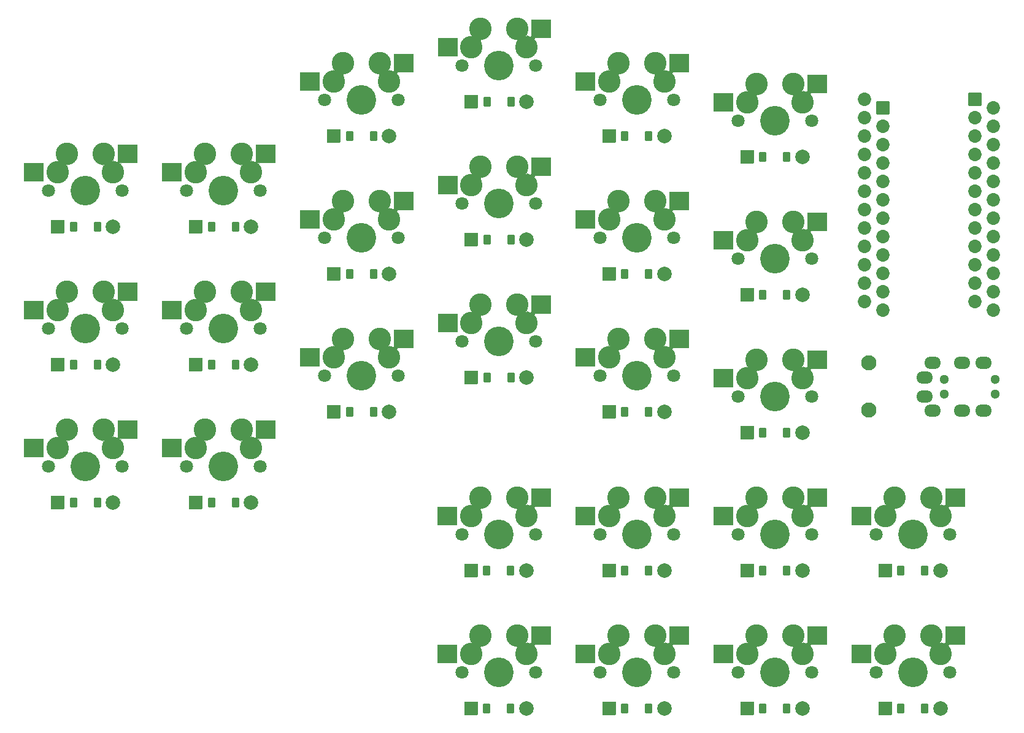
<source format=gbr>
%TF.GenerationSoftware,KiCad,Pcbnew,(6.0.8)*%
%TF.CreationDate,2022-10-22T23:02:29+01:00*%
%TF.ProjectId,board,626f6172-642e-46b6-9963-61645f706362,v1.0.0*%
%TF.SameCoordinates,Original*%
%TF.FileFunction,Soldermask,Bot*%
%TF.FilePolarity,Negative*%
%FSLAX46Y46*%
G04 Gerber Fmt 4.6, Leading zero omitted, Abs format (unit mm)*
G04 Created by KiCad (PCBNEW (6.0.8)) date 2022-10-22 23:02:29*
%MOMM*%
%LPD*%
G01*
G04 APERTURE LIST*
G04 Aperture macros list*
%AMRoundRect*
0 Rectangle with rounded corners*
0 $1 Rounding radius*
0 $2 $3 $4 $5 $6 $7 $8 $9 X,Y pos of 4 corners*
0 Add a 4 corners polygon primitive as box body*
4,1,4,$2,$3,$4,$5,$6,$7,$8,$9,$2,$3,0*
0 Add four circle primitives for the rounded corners*
1,1,$1+$1,$2,$3*
1,1,$1+$1,$4,$5*
1,1,$1+$1,$6,$7*
1,1,$1+$1,$8,$9*
0 Add four rect primitives between the rounded corners*
20,1,$1+$1,$2,$3,$4,$5,0*
20,1,$1+$1,$4,$5,$6,$7,0*
20,1,$1+$1,$6,$7,$8,$9,0*
20,1,$1+$1,$8,$9,$2,$3,0*%
G04 Aperture macros list end*
%ADD10C,4.087800*%
%ADD11C,1.801800*%
%ADD12C,3.100000*%
%ADD13RoundRect,0.050000X1.275000X1.250000X-1.275000X1.250000X-1.275000X-1.250000X1.275000X-1.250000X0*%
%ADD14RoundRect,0.050000X-0.450000X-0.600000X0.450000X-0.600000X0.450000X0.600000X-0.450000X0.600000X0*%
%ADD15C,2.005000*%
%ADD16RoundRect,0.050000X-0.889000X-0.889000X0.889000X-0.889000X0.889000X0.889000X-0.889000X0.889000X0*%
%ADD17RoundRect,0.050000X-0.876300X0.876300X-0.876300X-0.876300X0.876300X-0.876300X0.876300X0.876300X0*%
%ADD18C,1.852600*%
%ADD19C,1.300000*%
%ADD20O,2.300000X1.700000*%
%ADD21C,2.100000*%
G04 APERTURE END LIST*
D10*
%TO.C,S1*%
X19050000Y0D03*
D11*
X24130000Y0D03*
X13970000Y0D03*
D12*
X21590000Y5080000D03*
X15240000Y2540000D03*
D13*
X11965000Y2540000D03*
X24892000Y5080000D03*
D12*
X16510000Y5080000D03*
X22860000Y2540000D03*
%TD*%
D14*
%TO.C,D1*%
X20700000Y-5000000D03*
X17400000Y-5000000D03*
D15*
X22860000Y-5000000D03*
D16*
X15240000Y-5000000D03*
%TD*%
D10*
%TO.C,S2*%
X19050000Y19050000D03*
D11*
X24130000Y19050000D03*
X13970000Y19050000D03*
D12*
X21590000Y24130000D03*
X15240000Y21590000D03*
D13*
X11965000Y21590000D03*
X24892000Y24130000D03*
D12*
X16510000Y24130000D03*
X22860000Y21590000D03*
%TD*%
D14*
%TO.C,D2*%
X20700000Y14050000D03*
X17400000Y14050000D03*
D15*
X22860000Y14050000D03*
D16*
X15240000Y14050000D03*
%TD*%
D10*
%TO.C,S3*%
X19050000Y38100000D03*
D11*
X24130000Y38100000D03*
X13970000Y38100000D03*
D12*
X21590000Y43180000D03*
X15240000Y40640000D03*
D13*
X11965000Y40640000D03*
X24892000Y43180000D03*
D12*
X16510000Y43180000D03*
X22860000Y40640000D03*
%TD*%
D14*
%TO.C,D3*%
X20700000Y33100000D03*
X17400000Y33100000D03*
D15*
X22860000Y33100000D03*
D16*
X15240000Y33100000D03*
%TD*%
D10*
%TO.C,S4*%
X38100000Y0D03*
D11*
X43180000Y0D03*
X33020000Y0D03*
D12*
X40640000Y5080000D03*
X34290000Y2540000D03*
D13*
X31015000Y2540000D03*
X43942000Y5080000D03*
D12*
X35560000Y5080000D03*
X41910000Y2540000D03*
%TD*%
D14*
%TO.C,D4*%
X39750000Y-5000000D03*
X36450000Y-5000000D03*
D15*
X41910000Y-5000000D03*
D16*
X34290000Y-5000000D03*
%TD*%
D10*
%TO.C,S5*%
X38100000Y19050000D03*
D11*
X43180000Y19050000D03*
X33020000Y19050000D03*
D12*
X40640000Y24130000D03*
X34290000Y21590000D03*
D13*
X31015000Y21590000D03*
X43942000Y24130000D03*
D12*
X35560000Y24130000D03*
X41910000Y21590000D03*
%TD*%
D14*
%TO.C,D5*%
X39750000Y14050000D03*
X36450000Y14050000D03*
D15*
X41910000Y14050000D03*
D16*
X34290000Y14050000D03*
%TD*%
D10*
%TO.C,S6*%
X38100000Y38100000D03*
D11*
X43180000Y38100000D03*
X33020000Y38100000D03*
D12*
X40640000Y43180000D03*
X34290000Y40640000D03*
D13*
X31015000Y40640000D03*
X43942000Y43180000D03*
D12*
X35560000Y43180000D03*
X41910000Y40640000D03*
%TD*%
D14*
%TO.C,D6*%
X39750000Y33100000D03*
X36450000Y33100000D03*
D15*
X41910000Y33100000D03*
D16*
X34290000Y33100000D03*
%TD*%
D10*
%TO.C,S7*%
X57150000Y12573000D03*
D11*
X62230000Y12573000D03*
X52070000Y12573000D03*
D12*
X59690000Y17653000D03*
X53340000Y15113000D03*
D13*
X50065000Y15113000D03*
X62992000Y17653000D03*
D12*
X54610000Y17653000D03*
X60960000Y15113000D03*
%TD*%
D14*
%TO.C,D7*%
X58800000Y7573000D03*
X55500000Y7573000D03*
D15*
X60960000Y7573000D03*
D16*
X53340000Y7573000D03*
%TD*%
D10*
%TO.C,S8*%
X57150000Y31623000D03*
D11*
X62230000Y31623000D03*
X52070000Y31623000D03*
D12*
X59690000Y36703000D03*
X53340000Y34163000D03*
D13*
X50065000Y34163000D03*
X62992000Y36703000D03*
D12*
X54610000Y36703000D03*
X60960000Y34163000D03*
%TD*%
D14*
%TO.C,D8*%
X58800000Y26623000D03*
X55500000Y26623000D03*
D15*
X60960000Y26623000D03*
D16*
X53340000Y26623000D03*
%TD*%
D10*
%TO.C,S9*%
X57150000Y50673000D03*
D11*
X62230000Y50673000D03*
X52070000Y50673000D03*
D12*
X59690000Y55753000D03*
X53340000Y53213000D03*
D13*
X50065000Y53213000D03*
X62992000Y55753000D03*
D12*
X54610000Y55753000D03*
X60960000Y53213000D03*
%TD*%
D14*
%TO.C,D9*%
X58800000Y45673000D03*
X55500000Y45673000D03*
D15*
X60960000Y45673000D03*
D16*
X53340000Y45673000D03*
%TD*%
D10*
%TO.C,S10*%
X76150000Y17335500D03*
D11*
X81230000Y17335500D03*
X71070000Y17335500D03*
D12*
X78690000Y22415500D03*
X72340000Y19875500D03*
D13*
X69065000Y19875500D03*
X81992000Y22415500D03*
D12*
X73610000Y22415500D03*
X79960000Y19875500D03*
%TD*%
D14*
%TO.C,D10*%
X77800000Y12335500D03*
X74500000Y12335500D03*
D15*
X79960000Y12335500D03*
D16*
X72340000Y12335500D03*
%TD*%
D10*
%TO.C,S11*%
X76150000Y36385500D03*
D11*
X81230000Y36385500D03*
X71070000Y36385500D03*
D12*
X78690000Y41465500D03*
X72340000Y38925500D03*
D13*
X69065000Y38925500D03*
X81992000Y41465500D03*
D12*
X73610000Y41465500D03*
X79960000Y38925500D03*
%TD*%
D14*
%TO.C,D11*%
X77800000Y31385500D03*
X74500000Y31385500D03*
D15*
X79960000Y31385500D03*
D16*
X72340000Y31385500D03*
%TD*%
D10*
%TO.C,S12*%
X76150000Y55435500D03*
D11*
X81230000Y55435500D03*
X71070000Y55435500D03*
D12*
X78690000Y60515500D03*
X72340000Y57975500D03*
D13*
X69065000Y57975500D03*
X81992000Y60515500D03*
D12*
X73610000Y60515500D03*
X79960000Y57975500D03*
%TD*%
D14*
%TO.C,D12*%
X77800000Y50435500D03*
X74500000Y50435500D03*
D15*
X79960000Y50435500D03*
D16*
X72340000Y50435500D03*
%TD*%
D10*
%TO.C,S13*%
X95150000Y12573000D03*
D11*
X100230000Y12573000D03*
X90070000Y12573000D03*
D12*
X97690000Y17653000D03*
X91340000Y15113000D03*
D13*
X88065000Y15113000D03*
X100992000Y17653000D03*
D12*
X92610000Y17653000D03*
X98960000Y15113000D03*
%TD*%
D14*
%TO.C,D13*%
X96800000Y7573000D03*
X93500000Y7573000D03*
D15*
X98960000Y7573000D03*
D16*
X91340000Y7573000D03*
%TD*%
D10*
%TO.C,S14*%
X95150000Y31623000D03*
D11*
X100230000Y31623000D03*
X90070000Y31623000D03*
D12*
X97690000Y36703000D03*
X91340000Y34163000D03*
D13*
X88065000Y34163000D03*
X100992000Y36703000D03*
D12*
X92610000Y36703000D03*
X98960000Y34163000D03*
%TD*%
D14*
%TO.C,D14*%
X96800000Y26623000D03*
X93500000Y26623000D03*
D15*
X98960000Y26623000D03*
D16*
X91340000Y26623000D03*
%TD*%
D10*
%TO.C,S15*%
X95150000Y50673000D03*
D11*
X100230000Y50673000D03*
X90070000Y50673000D03*
D12*
X97690000Y55753000D03*
X91340000Y53213000D03*
D13*
X88065000Y53213000D03*
X100992000Y55753000D03*
D12*
X92610000Y55753000D03*
X98960000Y53213000D03*
%TD*%
D14*
%TO.C,D15*%
X96800000Y45673000D03*
X93500000Y45673000D03*
D15*
X98960000Y45673000D03*
D16*
X91340000Y45673000D03*
%TD*%
D10*
%TO.C,S16*%
X114200000Y9715500D03*
D11*
X119280000Y9715500D03*
X109120000Y9715500D03*
D12*
X116740000Y14795500D03*
X110390000Y12255500D03*
D13*
X107115000Y12255500D03*
X120042000Y14795500D03*
D12*
X111660000Y14795500D03*
X118010000Y12255500D03*
%TD*%
D14*
%TO.C,D16*%
X115850000Y4715500D03*
X112550000Y4715500D03*
D15*
X118010000Y4715500D03*
D16*
X110390000Y4715500D03*
%TD*%
D10*
%TO.C,S17*%
X114200000Y28765500D03*
D11*
X119280000Y28765500D03*
X109120000Y28765500D03*
D12*
X116740000Y33845500D03*
X110390000Y31305500D03*
D13*
X107115000Y31305500D03*
X120042000Y33845500D03*
D12*
X111660000Y33845500D03*
X118010000Y31305500D03*
%TD*%
D14*
%TO.C,D17*%
X115850000Y23765500D03*
X112550000Y23765500D03*
D15*
X118010000Y23765500D03*
D16*
X110390000Y23765500D03*
%TD*%
D10*
%TO.C,S18*%
X114200000Y47815500D03*
D11*
X119280000Y47815500D03*
X109120000Y47815500D03*
D12*
X116740000Y52895500D03*
X110390000Y50355500D03*
D13*
X107115000Y50355500D03*
X120042000Y52895500D03*
D12*
X111660000Y52895500D03*
X118010000Y50355500D03*
%TD*%
D14*
%TO.C,D18*%
X115850000Y42815500D03*
X112550000Y42815500D03*
D15*
X118010000Y42815500D03*
D16*
X110390000Y42815500D03*
%TD*%
D10*
%TO.C,S19*%
X76100000Y-9334500D03*
D11*
X81180000Y-9334500D03*
X71020000Y-9334500D03*
D12*
X78640000Y-4254500D03*
X72290000Y-6794500D03*
D13*
X69015000Y-6794500D03*
X81942000Y-4254500D03*
D12*
X73560000Y-4254500D03*
X79910000Y-6794500D03*
%TD*%
D14*
%TO.C,D19*%
X77750000Y-14334500D03*
X74450000Y-14334500D03*
D15*
X79910000Y-14334500D03*
D16*
X72290000Y-14334500D03*
%TD*%
D10*
%TO.C,S20*%
X76100000Y-28384500D03*
D11*
X81180000Y-28384500D03*
X71020000Y-28384500D03*
D12*
X78640000Y-23304500D03*
X72290000Y-25844500D03*
D13*
X69015000Y-25844500D03*
X81942000Y-23304500D03*
D12*
X73560000Y-23304500D03*
X79910000Y-25844500D03*
%TD*%
D14*
%TO.C,D20*%
X77750000Y-33384500D03*
X74450000Y-33384500D03*
D15*
X79910000Y-33384500D03*
D16*
X72290000Y-33384500D03*
%TD*%
D10*
%TO.C,S21*%
X95150000Y-9334500D03*
D11*
X100230000Y-9334500D03*
X90070000Y-9334500D03*
D12*
X97690000Y-4254500D03*
X91340000Y-6794500D03*
D13*
X88065000Y-6794500D03*
X100992000Y-4254500D03*
D12*
X92610000Y-4254500D03*
X98960000Y-6794500D03*
%TD*%
D14*
%TO.C,D21*%
X96800000Y-14334500D03*
X93500000Y-14334500D03*
D15*
X98960000Y-14334500D03*
D16*
X91340000Y-14334500D03*
%TD*%
D10*
%TO.C,S22*%
X95150000Y-28384500D03*
D11*
X100230000Y-28384500D03*
X90070000Y-28384500D03*
D12*
X97690000Y-23304500D03*
X91340000Y-25844500D03*
D13*
X88065000Y-25844500D03*
X100992000Y-23304500D03*
D12*
X92610000Y-23304500D03*
X98960000Y-25844500D03*
%TD*%
D14*
%TO.C,D22*%
X96800000Y-33384500D03*
X93500000Y-33384500D03*
D15*
X98960000Y-33384500D03*
D16*
X91340000Y-33384500D03*
%TD*%
D10*
%TO.C,S23*%
X114200000Y-9334500D03*
D11*
X119280000Y-9334500D03*
X109120000Y-9334500D03*
D12*
X116740000Y-4254500D03*
X110390000Y-6794500D03*
D13*
X107115000Y-6794500D03*
X120042000Y-4254500D03*
D12*
X111660000Y-4254500D03*
X118010000Y-6794500D03*
%TD*%
D14*
%TO.C,D23*%
X115850000Y-14334500D03*
X112550000Y-14334500D03*
D15*
X118010000Y-14334500D03*
D16*
X110390000Y-14334500D03*
%TD*%
D10*
%TO.C,S24*%
X114200000Y-28384500D03*
D11*
X119280000Y-28384500D03*
X109120000Y-28384500D03*
D12*
X116740000Y-23304500D03*
X110390000Y-25844500D03*
D13*
X107115000Y-25844500D03*
X120042000Y-23304500D03*
D12*
X111660000Y-23304500D03*
X118010000Y-25844500D03*
%TD*%
D14*
%TO.C,D24*%
X115850000Y-33384500D03*
X112550000Y-33384500D03*
D15*
X118010000Y-33384500D03*
D16*
X110390000Y-33384500D03*
%TD*%
D10*
%TO.C,S25*%
X133250000Y-9334500D03*
D11*
X138330000Y-9334500D03*
X128170000Y-9334500D03*
D12*
X135790000Y-4254500D03*
X129440000Y-6794500D03*
D13*
X126165000Y-6794500D03*
X139092000Y-4254500D03*
D12*
X130710000Y-4254500D03*
X137060000Y-6794500D03*
%TD*%
D14*
%TO.C,D25*%
X134900000Y-14334500D03*
X131600000Y-14334500D03*
D15*
X137060000Y-14334500D03*
D16*
X129440000Y-14334500D03*
%TD*%
D10*
%TO.C,S26*%
X133250000Y-28384500D03*
D11*
X138330000Y-28384500D03*
X128170000Y-28384500D03*
D12*
X135790000Y-23304500D03*
X129440000Y-25844500D03*
D13*
X126165000Y-25844500D03*
X139092000Y-23304500D03*
D12*
X130710000Y-23304500D03*
X137060000Y-25844500D03*
%TD*%
D14*
%TO.C,D26*%
X134900000Y-33384500D03*
X131600000Y-33384500D03*
D15*
X137060000Y-33384500D03*
D16*
X129440000Y-33384500D03*
%TD*%
D17*
%TO.C,MCU1*%
X141820000Y50785500D03*
D18*
X141820000Y48245500D03*
X141820000Y45705500D03*
X141820000Y43165500D03*
X141820000Y40625500D03*
X141820000Y38085500D03*
X141820000Y35545500D03*
X141820000Y33005500D03*
X141820000Y30465500D03*
X141820000Y27925500D03*
X141820000Y25385500D03*
X141820000Y22845500D03*
X126580000Y50785500D03*
X126580000Y48245500D03*
X126580000Y45705500D03*
X126580000Y43165500D03*
X126580000Y40625500D03*
X126580000Y38085500D03*
X126580000Y35545500D03*
X126580000Y33005500D03*
X126580000Y30465500D03*
X126580000Y27925500D03*
X126580000Y25385500D03*
X126580000Y22845500D03*
%TD*%
D17*
%TO.C,MCU2*%
X129080000Y49535500D03*
D18*
X129080000Y46995500D03*
X129080000Y44455500D03*
X129080000Y41915500D03*
X129080000Y39375500D03*
X129080000Y36835500D03*
X129080000Y34295500D03*
X129080000Y31755500D03*
X129080000Y29215500D03*
X129080000Y26675500D03*
X129080000Y24135500D03*
X129080000Y21595500D03*
X144320000Y49535500D03*
X144320000Y46995500D03*
X144320000Y44455500D03*
X144320000Y41915500D03*
X144320000Y39375500D03*
X144320000Y36835500D03*
X144320000Y34295500D03*
X144320000Y31755500D03*
X144320000Y29215500D03*
X144320000Y26675500D03*
X144320000Y24135500D03*
X144320000Y21595500D03*
%TD*%
D19*
%TO.C,TRRS1*%
X137600000Y10015500D03*
X144600000Y10015500D03*
D20*
X134900000Y12315500D03*
X136000000Y7715500D03*
X140000000Y7715500D03*
X143000000Y7715500D03*
%TD*%
D19*
%TO.C,TRRS2*%
X137600000Y12015500D03*
X144600000Y12015500D03*
D20*
X134900000Y9715500D03*
X136000000Y14315500D03*
X140000000Y14315500D03*
X143000000Y14315500D03*
%TD*%
D21*
%TO.C,B1*%
X127200000Y14315500D03*
X127200000Y7815500D03*
%TD*%
G36*
X135790000Y-24852494D02*
G01*
X135879294Y-24845466D01*
X135881099Y-24846327D01*
X135881256Y-24848321D01*
X135880972Y-24848759D01*
X135807645Y-24934615D01*
X135721722Y-25074828D01*
X135719965Y-25075782D01*
X135718259Y-25074737D01*
X135718307Y-25072745D01*
X135741690Y-25034211D01*
X135759559Y-24966989D01*
X135738341Y-24901061D01*
X135684761Y-24857000D01*
X135641332Y-24847246D01*
X135614490Y-24846191D01*
X135614196Y-24846158D01*
X135582710Y-24840180D01*
X135581195Y-24838874D01*
X135581568Y-24836909D01*
X135583240Y-24836221D01*
X135790000Y-24852494D01*
G37*
G36*
X116740000Y-24852494D02*
G01*
X116829294Y-24845466D01*
X116831099Y-24846327D01*
X116831256Y-24848321D01*
X116830972Y-24848759D01*
X116757645Y-24934615D01*
X116671722Y-25074828D01*
X116669965Y-25075782D01*
X116668259Y-25074737D01*
X116668307Y-25072745D01*
X116691690Y-25034211D01*
X116709559Y-24966989D01*
X116688341Y-24901061D01*
X116634761Y-24857000D01*
X116591332Y-24847246D01*
X116564490Y-24846191D01*
X116564196Y-24846158D01*
X116532710Y-24840180D01*
X116531195Y-24838874D01*
X116531568Y-24836909D01*
X116533240Y-24836221D01*
X116740000Y-24852494D01*
G37*
G36*
X97690000Y-24852494D02*
G01*
X97779294Y-24845466D01*
X97781099Y-24846327D01*
X97781256Y-24848321D01*
X97780972Y-24848759D01*
X97707645Y-24934615D01*
X97621722Y-25074828D01*
X97619965Y-25075782D01*
X97618259Y-25074737D01*
X97618307Y-25072745D01*
X97641690Y-25034211D01*
X97659559Y-24966989D01*
X97638341Y-24901061D01*
X97584761Y-24857000D01*
X97541332Y-24847246D01*
X97514490Y-24846191D01*
X97514196Y-24846158D01*
X97482710Y-24840180D01*
X97481195Y-24838874D01*
X97481568Y-24836909D01*
X97483240Y-24836221D01*
X97690000Y-24852494D01*
G37*
G36*
X78640000Y-24852494D02*
G01*
X78729294Y-24845466D01*
X78731099Y-24846327D01*
X78731256Y-24848321D01*
X78730972Y-24848759D01*
X78657645Y-24934615D01*
X78571722Y-25074828D01*
X78569965Y-25075782D01*
X78568259Y-25074737D01*
X78568307Y-25072745D01*
X78591690Y-25034211D01*
X78609559Y-24966989D01*
X78588341Y-24901061D01*
X78534761Y-24857000D01*
X78491332Y-24847246D01*
X78464490Y-24846191D01*
X78464196Y-24846158D01*
X78432710Y-24840180D01*
X78431195Y-24838874D01*
X78431568Y-24836909D01*
X78433240Y-24836221D01*
X78640000Y-24852494D01*
G37*
G36*
X130862043Y-24841531D02*
G01*
X130862200Y-24843525D01*
X130860613Y-24844652D01*
X130849975Y-24845817D01*
X130785766Y-24872563D01*
X130746380Y-24929531D01*
X130744039Y-24998913D01*
X130756361Y-25029268D01*
X130774544Y-25061083D01*
X130774536Y-25063083D01*
X130772799Y-25064075D01*
X130771103Y-25063120D01*
X130692355Y-24934615D01*
X130619028Y-24848759D01*
X130618664Y-24846792D01*
X130620185Y-24845493D01*
X130620706Y-24845466D01*
X130710000Y-24852494D01*
X130860238Y-24840670D01*
X130862043Y-24841531D01*
G37*
G36*
X92762043Y-24841531D02*
G01*
X92762200Y-24843525D01*
X92760613Y-24844652D01*
X92749975Y-24845817D01*
X92685766Y-24872563D01*
X92646380Y-24929531D01*
X92644039Y-24998913D01*
X92656361Y-25029268D01*
X92674544Y-25061083D01*
X92674536Y-25063083D01*
X92672799Y-25064075D01*
X92671103Y-25063120D01*
X92592355Y-24934615D01*
X92519028Y-24848759D01*
X92518664Y-24846792D01*
X92520185Y-24845493D01*
X92520706Y-24845466D01*
X92610000Y-24852494D01*
X92760238Y-24840670D01*
X92762043Y-24841531D01*
G37*
G36*
X111812043Y-24841531D02*
G01*
X111812200Y-24843525D01*
X111810613Y-24844652D01*
X111799975Y-24845817D01*
X111735766Y-24872563D01*
X111696380Y-24929531D01*
X111694039Y-24998913D01*
X111706361Y-25029268D01*
X111724544Y-25061083D01*
X111724536Y-25063083D01*
X111722799Y-25064075D01*
X111721103Y-25063120D01*
X111642355Y-24934615D01*
X111569028Y-24848759D01*
X111568664Y-24846792D01*
X111570185Y-24845493D01*
X111570706Y-24845466D01*
X111660000Y-24852494D01*
X111810238Y-24840670D01*
X111812043Y-24841531D01*
G37*
G36*
X73712043Y-24841531D02*
G01*
X73712200Y-24843525D01*
X73710613Y-24844652D01*
X73699975Y-24845817D01*
X73635766Y-24872563D01*
X73596380Y-24929531D01*
X73594039Y-24998913D01*
X73606361Y-25029268D01*
X73624544Y-25061083D01*
X73624536Y-25063083D01*
X73622799Y-25064075D01*
X73621103Y-25063120D01*
X73542355Y-24934615D01*
X73469028Y-24848759D01*
X73468664Y-24846792D01*
X73470185Y-24845493D01*
X73470706Y-24845466D01*
X73560000Y-24852494D01*
X73710238Y-24840670D01*
X73712043Y-24841531D01*
G37*
G36*
X138309767Y-24603500D02*
G01*
X138309767Y-24605500D01*
X138308598Y-24606419D01*
X138241583Y-24626096D01*
X138196228Y-24678439D01*
X138186368Y-24747017D01*
X138211604Y-24805853D01*
X138259127Y-24866136D01*
X138259414Y-24868115D01*
X138257843Y-24869353D01*
X138256035Y-24868673D01*
X138154597Y-24749903D01*
X137986132Y-24606021D01*
X137985464Y-24604136D01*
X137986763Y-24602615D01*
X137987431Y-24602500D01*
X138308035Y-24602500D01*
X138309767Y-24603500D01*
G37*
G36*
X100209767Y-24603500D02*
G01*
X100209767Y-24605500D01*
X100208598Y-24606419D01*
X100141583Y-24626096D01*
X100096228Y-24678439D01*
X100086368Y-24747017D01*
X100111604Y-24805853D01*
X100159127Y-24866136D01*
X100159414Y-24868115D01*
X100157843Y-24869353D01*
X100156035Y-24868673D01*
X100054597Y-24749903D01*
X99886132Y-24606021D01*
X99885464Y-24604136D01*
X99886763Y-24602615D01*
X99887431Y-24602500D01*
X100208035Y-24602500D01*
X100209767Y-24603500D01*
G37*
G36*
X119259767Y-24603500D02*
G01*
X119259767Y-24605500D01*
X119258598Y-24606419D01*
X119191583Y-24626096D01*
X119146228Y-24678439D01*
X119136368Y-24747017D01*
X119161604Y-24805853D01*
X119209127Y-24866136D01*
X119209414Y-24868115D01*
X119207843Y-24869353D01*
X119206035Y-24868673D01*
X119104597Y-24749903D01*
X118936132Y-24606021D01*
X118935464Y-24604136D01*
X118936763Y-24602615D01*
X118937431Y-24602500D01*
X119258035Y-24602500D01*
X119259767Y-24603500D01*
G37*
G36*
X81159767Y-24603500D02*
G01*
X81159767Y-24605500D01*
X81158598Y-24606419D01*
X81091583Y-24626096D01*
X81046228Y-24678439D01*
X81036368Y-24747017D01*
X81061604Y-24805853D01*
X81109127Y-24866136D01*
X81109414Y-24868115D01*
X81107843Y-24869353D01*
X81106035Y-24868673D01*
X81004597Y-24749903D01*
X80836132Y-24606021D01*
X80835464Y-24604136D01*
X80836763Y-24602615D01*
X80837431Y-24602500D01*
X81158035Y-24602500D01*
X81159767Y-24603500D01*
G37*
G36*
X118718141Y-24275284D02*
G01*
X118719000Y-24276927D01*
X118719000Y-24465471D01*
X118718000Y-24467203D01*
X118715955Y-24467176D01*
X118712776Y-24465228D01*
X118539432Y-24393427D01*
X118538214Y-24391840D01*
X118538979Y-24389992D01*
X118540807Y-24389674D01*
X118554232Y-24393971D01*
X118623767Y-24395655D01*
X118682919Y-24359632D01*
X118713300Y-24297153D01*
X118715007Y-24276760D01*
X118716148Y-24275118D01*
X118718141Y-24275284D01*
G37*
G36*
X80618141Y-24275284D02*
G01*
X80619000Y-24276927D01*
X80619000Y-24465471D01*
X80618000Y-24467203D01*
X80615955Y-24467176D01*
X80612776Y-24465228D01*
X80439432Y-24393427D01*
X80438214Y-24391840D01*
X80438979Y-24389992D01*
X80440807Y-24389674D01*
X80454232Y-24393971D01*
X80523767Y-24395655D01*
X80582919Y-24359632D01*
X80613300Y-24297153D01*
X80615007Y-24276760D01*
X80616148Y-24275118D01*
X80618141Y-24275284D01*
G37*
G36*
X99668141Y-24275284D02*
G01*
X99669000Y-24276927D01*
X99669000Y-24465471D01*
X99668000Y-24467203D01*
X99665955Y-24467176D01*
X99662776Y-24465228D01*
X99489432Y-24393427D01*
X99488214Y-24391840D01*
X99488979Y-24389992D01*
X99490807Y-24389674D01*
X99504232Y-24393971D01*
X99573767Y-24395655D01*
X99632919Y-24359632D01*
X99663300Y-24297153D01*
X99665007Y-24276760D01*
X99666148Y-24275118D01*
X99668141Y-24275284D01*
G37*
G36*
X137768141Y-24275284D02*
G01*
X137769000Y-24276927D01*
X137769000Y-24465471D01*
X137768000Y-24467203D01*
X137765955Y-24467176D01*
X137762776Y-24465228D01*
X137589432Y-24393427D01*
X137588214Y-24391840D01*
X137588979Y-24389992D01*
X137590807Y-24389674D01*
X137604232Y-24393971D01*
X137673767Y-24395655D01*
X137732919Y-24359632D01*
X137763300Y-24297153D01*
X137765007Y-24276760D01*
X137766148Y-24275118D01*
X137768141Y-24275284D01*
G37*
G36*
X118111142Y-24026285D02*
G01*
X118111208Y-24028060D01*
X118103689Y-24044751D01*
X118103547Y-24045012D01*
X118061415Y-24110513D01*
X118041791Y-24177247D01*
X118061277Y-24243707D01*
X118113722Y-24289187D01*
X118145072Y-24298717D01*
X118197518Y-24307259D01*
X118199067Y-24308524D01*
X118198746Y-24310498D01*
X118197040Y-24311227D01*
X118010000Y-24296506D01*
X117920706Y-24303534D01*
X117918901Y-24302673D01*
X117918744Y-24300679D01*
X117919028Y-24300241D01*
X117992355Y-24214385D01*
X118107679Y-24026194D01*
X118109436Y-24025240D01*
X118111142Y-24026285D01*
G37*
G36*
X99061142Y-24026285D02*
G01*
X99061208Y-24028060D01*
X99053689Y-24044751D01*
X99053547Y-24045012D01*
X99011415Y-24110513D01*
X98991791Y-24177247D01*
X99011277Y-24243707D01*
X99063722Y-24289187D01*
X99095072Y-24298717D01*
X99147518Y-24307259D01*
X99149067Y-24308524D01*
X99148746Y-24310498D01*
X99147040Y-24311227D01*
X98960000Y-24296506D01*
X98870706Y-24303534D01*
X98868901Y-24302673D01*
X98868744Y-24300679D01*
X98869028Y-24300241D01*
X98942355Y-24214385D01*
X99057679Y-24026194D01*
X99059436Y-24025240D01*
X99061142Y-24026285D01*
G37*
G36*
X137161142Y-24026285D02*
G01*
X137161208Y-24028060D01*
X137153689Y-24044751D01*
X137153547Y-24045012D01*
X137111415Y-24110513D01*
X137091791Y-24177247D01*
X137111277Y-24243707D01*
X137163722Y-24289187D01*
X137195072Y-24298717D01*
X137247518Y-24307259D01*
X137249067Y-24308524D01*
X137248746Y-24310498D01*
X137247040Y-24311227D01*
X137060000Y-24296506D01*
X136970706Y-24303534D01*
X136968901Y-24302673D01*
X136968744Y-24300679D01*
X136969028Y-24300241D01*
X137042355Y-24214385D01*
X137157679Y-24026194D01*
X137159436Y-24025240D01*
X137161142Y-24026285D01*
G37*
G36*
X80011142Y-24026285D02*
G01*
X80011208Y-24028060D01*
X80003689Y-24044751D01*
X80003547Y-24045012D01*
X79961415Y-24110513D01*
X79941791Y-24177247D01*
X79961277Y-24243707D01*
X80013722Y-24289187D01*
X80045072Y-24298717D01*
X80097518Y-24307259D01*
X80099067Y-24308524D01*
X80098746Y-24310498D01*
X80097040Y-24311227D01*
X79910000Y-24296506D01*
X79820706Y-24303534D01*
X79818901Y-24302673D01*
X79818744Y-24300679D01*
X79819028Y-24300241D01*
X79892355Y-24214385D01*
X80007679Y-24026194D01*
X80009436Y-24025240D01*
X80011142Y-24026285D01*
G37*
G36*
X72219694Y-24070861D02*
G01*
X72307645Y-24214385D01*
X72380972Y-24300241D01*
X72381336Y-24302208D01*
X72379815Y-24303507D01*
X72379294Y-24303534D01*
X72290000Y-24296506D01*
X72122184Y-24309714D01*
X72120379Y-24308853D01*
X72120222Y-24306859D01*
X72121757Y-24305738D01*
X72150431Y-24301835D01*
X72213917Y-24273419D01*
X72251798Y-24215439D01*
X72252322Y-24145992D01*
X72242427Y-24121614D01*
X72216227Y-24072853D01*
X72216288Y-24070854D01*
X72218050Y-24069907D01*
X72219694Y-24070861D01*
G37*
G36*
X91269694Y-24070861D02*
G01*
X91357645Y-24214385D01*
X91430972Y-24300241D01*
X91431336Y-24302208D01*
X91429815Y-24303507D01*
X91429294Y-24303534D01*
X91340000Y-24296506D01*
X91172184Y-24309714D01*
X91170379Y-24308853D01*
X91170222Y-24306859D01*
X91171757Y-24305738D01*
X91200431Y-24301835D01*
X91263917Y-24273419D01*
X91301798Y-24215439D01*
X91302322Y-24145992D01*
X91292427Y-24121614D01*
X91266227Y-24072853D01*
X91266288Y-24070854D01*
X91268050Y-24069907D01*
X91269694Y-24070861D01*
G37*
G36*
X129369694Y-24070861D02*
G01*
X129457645Y-24214385D01*
X129530972Y-24300241D01*
X129531336Y-24302208D01*
X129529815Y-24303507D01*
X129529294Y-24303534D01*
X129440000Y-24296506D01*
X129272184Y-24309714D01*
X129270379Y-24308853D01*
X129270222Y-24306859D01*
X129271757Y-24305738D01*
X129300431Y-24301835D01*
X129363917Y-24273419D01*
X129401798Y-24215439D01*
X129402322Y-24145992D01*
X129392427Y-24121614D01*
X129366227Y-24072853D01*
X129366288Y-24070854D01*
X129368050Y-24069907D01*
X129369694Y-24070861D01*
G37*
G36*
X110319694Y-24070861D02*
G01*
X110407645Y-24214385D01*
X110480972Y-24300241D01*
X110481336Y-24302208D01*
X110479815Y-24303507D01*
X110479294Y-24303534D01*
X110390000Y-24296506D01*
X110222184Y-24309714D01*
X110220379Y-24308853D01*
X110220222Y-24306859D01*
X110221757Y-24305738D01*
X110250431Y-24301835D01*
X110313917Y-24273419D01*
X110351798Y-24215439D01*
X110352322Y-24145992D01*
X110342427Y-24121614D01*
X110316227Y-24072853D01*
X110316288Y-24070854D01*
X110318050Y-24069907D01*
X110319694Y-24070861D01*
G37*
G36*
X116740000Y-5802494D02*
G01*
X116829294Y-5795466D01*
X116831099Y-5796327D01*
X116831256Y-5798321D01*
X116830972Y-5798759D01*
X116757645Y-5884615D01*
X116671722Y-6024828D01*
X116669965Y-6025782D01*
X116668259Y-6024737D01*
X116668307Y-6022745D01*
X116691690Y-5984211D01*
X116709559Y-5916989D01*
X116688341Y-5851061D01*
X116634761Y-5807000D01*
X116591332Y-5797246D01*
X116564490Y-5796191D01*
X116564196Y-5796158D01*
X116532710Y-5790180D01*
X116531195Y-5788874D01*
X116531568Y-5786909D01*
X116533240Y-5786221D01*
X116740000Y-5802494D01*
G37*
G36*
X135790000Y-5802494D02*
G01*
X135879294Y-5795466D01*
X135881099Y-5796327D01*
X135881256Y-5798321D01*
X135880972Y-5798759D01*
X135807645Y-5884615D01*
X135721722Y-6024828D01*
X135719965Y-6025782D01*
X135718259Y-6024737D01*
X135718307Y-6022745D01*
X135741690Y-5984211D01*
X135759559Y-5916989D01*
X135738341Y-5851061D01*
X135684761Y-5807000D01*
X135641332Y-5797246D01*
X135614490Y-5796191D01*
X135614196Y-5796158D01*
X135582710Y-5790180D01*
X135581195Y-5788874D01*
X135581568Y-5786909D01*
X135583240Y-5786221D01*
X135790000Y-5802494D01*
G37*
G36*
X97690000Y-5802494D02*
G01*
X97779294Y-5795466D01*
X97781099Y-5796327D01*
X97781256Y-5798321D01*
X97780972Y-5798759D01*
X97707645Y-5884615D01*
X97621722Y-6024828D01*
X97619965Y-6025782D01*
X97618259Y-6024737D01*
X97618307Y-6022745D01*
X97641690Y-5984211D01*
X97659559Y-5916989D01*
X97638341Y-5851061D01*
X97584761Y-5807000D01*
X97541332Y-5797246D01*
X97514490Y-5796191D01*
X97514196Y-5796158D01*
X97482710Y-5790180D01*
X97481195Y-5788874D01*
X97481568Y-5786909D01*
X97483240Y-5786221D01*
X97690000Y-5802494D01*
G37*
G36*
X78640000Y-5802494D02*
G01*
X78729294Y-5795466D01*
X78731099Y-5796327D01*
X78731256Y-5798321D01*
X78730972Y-5798759D01*
X78657645Y-5884615D01*
X78571722Y-6024828D01*
X78569965Y-6025782D01*
X78568259Y-6024737D01*
X78568307Y-6022745D01*
X78591690Y-5984211D01*
X78609559Y-5916989D01*
X78588341Y-5851061D01*
X78534761Y-5807000D01*
X78491332Y-5797246D01*
X78464490Y-5796191D01*
X78464196Y-5796158D01*
X78432710Y-5790180D01*
X78431195Y-5788874D01*
X78431568Y-5786909D01*
X78433240Y-5786221D01*
X78640000Y-5802494D01*
G37*
G36*
X92762043Y-5791531D02*
G01*
X92762200Y-5793525D01*
X92760613Y-5794652D01*
X92749975Y-5795817D01*
X92685766Y-5822563D01*
X92646380Y-5879531D01*
X92644039Y-5948913D01*
X92656361Y-5979268D01*
X92674544Y-6011083D01*
X92674536Y-6013083D01*
X92672799Y-6014075D01*
X92671103Y-6013120D01*
X92592355Y-5884615D01*
X92519028Y-5798759D01*
X92518664Y-5796792D01*
X92520185Y-5795493D01*
X92520706Y-5795466D01*
X92610000Y-5802494D01*
X92760238Y-5790670D01*
X92762043Y-5791531D01*
G37*
G36*
X111812043Y-5791531D02*
G01*
X111812200Y-5793525D01*
X111810613Y-5794652D01*
X111799975Y-5795817D01*
X111735766Y-5822563D01*
X111696380Y-5879531D01*
X111694039Y-5948913D01*
X111706361Y-5979268D01*
X111724544Y-6011083D01*
X111724536Y-6013083D01*
X111722799Y-6014075D01*
X111721103Y-6013120D01*
X111642355Y-5884615D01*
X111569028Y-5798759D01*
X111568664Y-5796792D01*
X111570185Y-5795493D01*
X111570706Y-5795466D01*
X111660000Y-5802494D01*
X111810238Y-5790670D01*
X111812043Y-5791531D01*
G37*
G36*
X130862043Y-5791531D02*
G01*
X130862200Y-5793525D01*
X130860613Y-5794652D01*
X130849975Y-5795817D01*
X130785766Y-5822563D01*
X130746380Y-5879531D01*
X130744039Y-5948913D01*
X130756361Y-5979268D01*
X130774544Y-6011083D01*
X130774536Y-6013083D01*
X130772799Y-6014075D01*
X130771103Y-6013120D01*
X130692355Y-5884615D01*
X130619028Y-5798759D01*
X130618664Y-5796792D01*
X130620185Y-5795493D01*
X130620706Y-5795466D01*
X130710000Y-5802494D01*
X130860238Y-5790670D01*
X130862043Y-5791531D01*
G37*
G36*
X73712043Y-5791531D02*
G01*
X73712200Y-5793525D01*
X73710613Y-5794652D01*
X73699975Y-5795817D01*
X73635766Y-5822563D01*
X73596380Y-5879531D01*
X73594039Y-5948913D01*
X73606361Y-5979268D01*
X73624544Y-6011083D01*
X73624536Y-6013083D01*
X73622799Y-6014075D01*
X73621103Y-6013120D01*
X73542355Y-5884615D01*
X73469028Y-5798759D01*
X73468664Y-5796792D01*
X73470185Y-5795493D01*
X73470706Y-5795466D01*
X73560000Y-5802494D01*
X73710238Y-5790670D01*
X73712043Y-5791531D01*
G37*
G36*
X119259767Y-5553500D02*
G01*
X119259767Y-5555500D01*
X119258598Y-5556419D01*
X119191583Y-5576096D01*
X119146228Y-5628439D01*
X119136368Y-5697017D01*
X119161604Y-5755853D01*
X119209127Y-5816136D01*
X119209414Y-5818115D01*
X119207843Y-5819353D01*
X119206035Y-5818673D01*
X119104597Y-5699903D01*
X118936132Y-5556021D01*
X118935464Y-5554136D01*
X118936763Y-5552615D01*
X118937431Y-5552500D01*
X119258035Y-5552500D01*
X119259767Y-5553500D01*
G37*
G36*
X81159767Y-5553500D02*
G01*
X81159767Y-5555500D01*
X81158598Y-5556419D01*
X81091583Y-5576096D01*
X81046228Y-5628439D01*
X81036368Y-5697017D01*
X81061604Y-5755853D01*
X81109127Y-5816136D01*
X81109414Y-5818115D01*
X81107843Y-5819353D01*
X81106035Y-5818673D01*
X81004597Y-5699903D01*
X80836132Y-5556021D01*
X80835464Y-5554136D01*
X80836763Y-5552615D01*
X80837431Y-5552500D01*
X81158035Y-5552500D01*
X81159767Y-5553500D01*
G37*
G36*
X100209767Y-5553500D02*
G01*
X100209767Y-5555500D01*
X100208598Y-5556419D01*
X100141583Y-5576096D01*
X100096228Y-5628439D01*
X100086368Y-5697017D01*
X100111604Y-5755853D01*
X100159127Y-5816136D01*
X100159414Y-5818115D01*
X100157843Y-5819353D01*
X100156035Y-5818673D01*
X100054597Y-5699903D01*
X99886132Y-5556021D01*
X99885464Y-5554136D01*
X99886763Y-5552615D01*
X99887431Y-5552500D01*
X100208035Y-5552500D01*
X100209767Y-5553500D01*
G37*
G36*
X138309767Y-5553500D02*
G01*
X138309767Y-5555500D01*
X138308598Y-5556419D01*
X138241583Y-5576096D01*
X138196228Y-5628439D01*
X138186368Y-5697017D01*
X138211604Y-5755853D01*
X138259127Y-5816136D01*
X138259414Y-5818115D01*
X138257843Y-5819353D01*
X138256035Y-5818673D01*
X138154597Y-5699903D01*
X137986132Y-5556021D01*
X137985464Y-5554136D01*
X137986763Y-5552615D01*
X137987431Y-5552500D01*
X138308035Y-5552500D01*
X138309767Y-5553500D01*
G37*
G36*
X99668141Y-5225284D02*
G01*
X99669000Y-5226927D01*
X99669000Y-5415471D01*
X99668000Y-5417203D01*
X99665955Y-5417176D01*
X99662776Y-5415228D01*
X99489432Y-5343427D01*
X99488214Y-5341840D01*
X99488979Y-5339992D01*
X99490807Y-5339674D01*
X99504232Y-5343971D01*
X99573767Y-5345655D01*
X99632919Y-5309632D01*
X99663300Y-5247153D01*
X99665007Y-5226760D01*
X99666148Y-5225118D01*
X99668141Y-5225284D01*
G37*
G36*
X137768141Y-5225284D02*
G01*
X137769000Y-5226927D01*
X137769000Y-5415471D01*
X137768000Y-5417203D01*
X137765955Y-5417176D01*
X137762776Y-5415228D01*
X137589432Y-5343427D01*
X137588214Y-5341840D01*
X137588979Y-5339992D01*
X137590807Y-5339674D01*
X137604232Y-5343971D01*
X137673767Y-5345655D01*
X137732919Y-5309632D01*
X137763300Y-5247153D01*
X137765007Y-5226760D01*
X137766148Y-5225118D01*
X137768141Y-5225284D01*
G37*
G36*
X118718141Y-5225284D02*
G01*
X118719000Y-5226927D01*
X118719000Y-5415471D01*
X118718000Y-5417203D01*
X118715955Y-5417176D01*
X118712776Y-5415228D01*
X118539432Y-5343427D01*
X118538214Y-5341840D01*
X118538979Y-5339992D01*
X118540807Y-5339674D01*
X118554232Y-5343971D01*
X118623767Y-5345655D01*
X118682919Y-5309632D01*
X118713300Y-5247153D01*
X118715007Y-5226760D01*
X118716148Y-5225118D01*
X118718141Y-5225284D01*
G37*
G36*
X80618141Y-5225284D02*
G01*
X80619000Y-5226927D01*
X80619000Y-5415471D01*
X80618000Y-5417203D01*
X80615955Y-5417176D01*
X80612776Y-5415228D01*
X80439432Y-5343427D01*
X80438214Y-5341840D01*
X80438979Y-5339992D01*
X80440807Y-5339674D01*
X80454232Y-5343971D01*
X80523767Y-5345655D01*
X80582919Y-5309632D01*
X80613300Y-5247153D01*
X80615007Y-5226760D01*
X80616148Y-5225118D01*
X80618141Y-5225284D01*
G37*
G36*
X118111142Y-4976285D02*
G01*
X118111208Y-4978060D01*
X118103689Y-4994751D01*
X118103547Y-4995012D01*
X118061415Y-5060513D01*
X118041791Y-5127247D01*
X118061277Y-5193707D01*
X118113722Y-5239187D01*
X118145072Y-5248717D01*
X118197518Y-5257259D01*
X118199067Y-5258524D01*
X118198746Y-5260498D01*
X118197040Y-5261227D01*
X118010000Y-5246506D01*
X117920706Y-5253534D01*
X117918901Y-5252673D01*
X117918744Y-5250679D01*
X117919028Y-5250241D01*
X117992355Y-5164385D01*
X118107679Y-4976194D01*
X118109436Y-4975240D01*
X118111142Y-4976285D01*
G37*
G36*
X99061142Y-4976285D02*
G01*
X99061208Y-4978060D01*
X99053689Y-4994751D01*
X99053547Y-4995012D01*
X99011415Y-5060513D01*
X98991791Y-5127247D01*
X99011277Y-5193707D01*
X99063722Y-5239187D01*
X99095072Y-5248717D01*
X99147518Y-5257259D01*
X99149067Y-5258524D01*
X99148746Y-5260498D01*
X99147040Y-5261227D01*
X98960000Y-5246506D01*
X98870706Y-5253534D01*
X98868901Y-5252673D01*
X98868744Y-5250679D01*
X98869028Y-5250241D01*
X98942355Y-5164385D01*
X99057679Y-4976194D01*
X99059436Y-4975240D01*
X99061142Y-4976285D01*
G37*
G36*
X137161142Y-4976285D02*
G01*
X137161208Y-4978060D01*
X137153689Y-4994751D01*
X137153547Y-4995012D01*
X137111415Y-5060513D01*
X137091791Y-5127247D01*
X137111277Y-5193707D01*
X137163722Y-5239187D01*
X137195072Y-5248717D01*
X137247518Y-5257259D01*
X137249067Y-5258524D01*
X137248746Y-5260498D01*
X137247040Y-5261227D01*
X137060000Y-5246506D01*
X136970706Y-5253534D01*
X136968901Y-5252673D01*
X136968744Y-5250679D01*
X136969028Y-5250241D01*
X137042355Y-5164385D01*
X137157679Y-4976194D01*
X137159436Y-4975240D01*
X137161142Y-4976285D01*
G37*
G36*
X80011142Y-4976285D02*
G01*
X80011208Y-4978060D01*
X80003689Y-4994751D01*
X80003547Y-4995012D01*
X79961415Y-5060513D01*
X79941791Y-5127247D01*
X79961277Y-5193707D01*
X80013722Y-5239187D01*
X80045072Y-5248717D01*
X80097518Y-5257259D01*
X80099067Y-5258524D01*
X80098746Y-5260498D01*
X80097040Y-5261227D01*
X79910000Y-5246506D01*
X79820706Y-5253534D01*
X79818901Y-5252673D01*
X79818744Y-5250679D01*
X79819028Y-5250241D01*
X79892355Y-5164385D01*
X80007679Y-4976194D01*
X80009436Y-4975240D01*
X80011142Y-4976285D01*
G37*
G36*
X91269694Y-5020861D02*
G01*
X91357645Y-5164385D01*
X91430972Y-5250241D01*
X91431336Y-5252208D01*
X91429815Y-5253507D01*
X91429294Y-5253534D01*
X91340000Y-5246506D01*
X91172184Y-5259714D01*
X91170379Y-5258853D01*
X91170222Y-5256859D01*
X91171757Y-5255738D01*
X91200431Y-5251835D01*
X91263917Y-5223419D01*
X91301798Y-5165439D01*
X91302322Y-5095992D01*
X91292427Y-5071614D01*
X91266227Y-5022853D01*
X91266288Y-5020854D01*
X91268050Y-5019907D01*
X91269694Y-5020861D01*
G37*
G36*
X129369694Y-5020861D02*
G01*
X129457645Y-5164385D01*
X129530972Y-5250241D01*
X129531336Y-5252208D01*
X129529815Y-5253507D01*
X129529294Y-5253534D01*
X129440000Y-5246506D01*
X129272184Y-5259714D01*
X129270379Y-5258853D01*
X129270222Y-5256859D01*
X129271757Y-5255738D01*
X129300431Y-5251835D01*
X129363917Y-5223419D01*
X129401798Y-5165439D01*
X129402322Y-5095992D01*
X129392427Y-5071614D01*
X129366227Y-5022853D01*
X129366288Y-5020854D01*
X129368050Y-5019907D01*
X129369694Y-5020861D01*
G37*
G36*
X72219694Y-5020861D02*
G01*
X72307645Y-5164385D01*
X72380972Y-5250241D01*
X72381336Y-5252208D01*
X72379815Y-5253507D01*
X72379294Y-5253534D01*
X72290000Y-5246506D01*
X72122184Y-5259714D01*
X72120379Y-5258853D01*
X72120222Y-5256859D01*
X72121757Y-5255738D01*
X72150431Y-5251835D01*
X72213917Y-5223419D01*
X72251798Y-5165439D01*
X72252322Y-5095992D01*
X72242427Y-5071614D01*
X72216227Y-5022853D01*
X72216288Y-5020854D01*
X72218050Y-5019907D01*
X72219694Y-5020861D01*
G37*
G36*
X110319694Y-5020861D02*
G01*
X110407645Y-5164385D01*
X110480972Y-5250241D01*
X110481336Y-5252208D01*
X110479815Y-5253507D01*
X110479294Y-5253534D01*
X110390000Y-5246506D01*
X110222184Y-5259714D01*
X110220379Y-5258853D01*
X110220222Y-5256859D01*
X110221757Y-5255738D01*
X110250431Y-5251835D01*
X110313917Y-5223419D01*
X110351798Y-5165439D01*
X110352322Y-5095992D01*
X110342427Y-5071614D01*
X110316227Y-5022853D01*
X110316288Y-5020854D01*
X110318050Y-5019907D01*
X110319694Y-5020861D01*
G37*
G36*
X21590000Y3532006D02*
G01*
X21679294Y3539034D01*
X21681099Y3538173D01*
X21681256Y3536179D01*
X21680972Y3535741D01*
X21607645Y3449885D01*
X21521722Y3309672D01*
X21519965Y3308718D01*
X21518259Y3309763D01*
X21518307Y3311755D01*
X21541690Y3350289D01*
X21559559Y3417511D01*
X21538341Y3483439D01*
X21484761Y3527500D01*
X21441332Y3537254D01*
X21414490Y3538309D01*
X21414196Y3538342D01*
X21382710Y3544320D01*
X21381195Y3545626D01*
X21381568Y3547591D01*
X21383240Y3548279D01*
X21590000Y3532006D01*
G37*
G36*
X40640000Y3532006D02*
G01*
X40729294Y3539034D01*
X40731099Y3538173D01*
X40731256Y3536179D01*
X40730972Y3535741D01*
X40657645Y3449885D01*
X40571722Y3309672D01*
X40569965Y3308718D01*
X40568259Y3309763D01*
X40568307Y3311755D01*
X40591690Y3350289D01*
X40609559Y3417511D01*
X40588341Y3483439D01*
X40534761Y3527500D01*
X40491332Y3537254D01*
X40464490Y3538309D01*
X40464196Y3538342D01*
X40432710Y3544320D01*
X40431195Y3545626D01*
X40431568Y3547591D01*
X40433240Y3548279D01*
X40640000Y3532006D01*
G37*
G36*
X16662043Y3542969D02*
G01*
X16662200Y3540975D01*
X16660613Y3539848D01*
X16649975Y3538683D01*
X16585766Y3511937D01*
X16546380Y3454969D01*
X16544039Y3385587D01*
X16556361Y3355232D01*
X16574544Y3323417D01*
X16574536Y3321417D01*
X16572799Y3320425D01*
X16571103Y3321380D01*
X16492355Y3449885D01*
X16419028Y3535741D01*
X16418664Y3537708D01*
X16420185Y3539007D01*
X16420706Y3539034D01*
X16510000Y3532006D01*
X16660238Y3543830D01*
X16662043Y3542969D01*
G37*
G36*
X35712043Y3542969D02*
G01*
X35712200Y3540975D01*
X35710613Y3539848D01*
X35699975Y3538683D01*
X35635766Y3511937D01*
X35596380Y3454969D01*
X35594039Y3385587D01*
X35606361Y3355232D01*
X35624544Y3323417D01*
X35624536Y3321417D01*
X35622799Y3320425D01*
X35621103Y3321380D01*
X35542355Y3449885D01*
X35469028Y3535741D01*
X35468664Y3537708D01*
X35470185Y3539007D01*
X35470706Y3539034D01*
X35560000Y3532006D01*
X35710238Y3543830D01*
X35712043Y3542969D01*
G37*
G36*
X43159767Y3781000D02*
G01*
X43159767Y3779000D01*
X43158598Y3778081D01*
X43091583Y3758404D01*
X43046228Y3706061D01*
X43036368Y3637483D01*
X43061604Y3578647D01*
X43109127Y3518364D01*
X43109414Y3516385D01*
X43107843Y3515147D01*
X43106035Y3515827D01*
X43004597Y3634597D01*
X42836132Y3778479D01*
X42835464Y3780364D01*
X42836763Y3781885D01*
X42837431Y3782000D01*
X43158035Y3782000D01*
X43159767Y3781000D01*
G37*
G36*
X24109767Y3781000D02*
G01*
X24109767Y3779000D01*
X24108598Y3778081D01*
X24041583Y3758404D01*
X23996228Y3706061D01*
X23986368Y3637483D01*
X24011604Y3578647D01*
X24059127Y3518364D01*
X24059414Y3516385D01*
X24057843Y3515147D01*
X24056035Y3515827D01*
X23954597Y3634597D01*
X23786132Y3778479D01*
X23785464Y3780364D01*
X23786763Y3781885D01*
X23787431Y3782000D01*
X24108035Y3782000D01*
X24109767Y3781000D01*
G37*
G36*
X23568141Y4109216D02*
G01*
X23569000Y4107573D01*
X23569000Y3919029D01*
X23568000Y3917297D01*
X23565955Y3917324D01*
X23562776Y3919272D01*
X23389432Y3991073D01*
X23388214Y3992660D01*
X23388979Y3994508D01*
X23390807Y3994826D01*
X23404232Y3990529D01*
X23473767Y3988845D01*
X23532919Y4024868D01*
X23563300Y4087347D01*
X23565007Y4107740D01*
X23566148Y4109382D01*
X23568141Y4109216D01*
G37*
G36*
X42618141Y4109216D02*
G01*
X42619000Y4107573D01*
X42619000Y3919029D01*
X42618000Y3917297D01*
X42615955Y3917324D01*
X42612776Y3919272D01*
X42439432Y3991073D01*
X42438214Y3992660D01*
X42438979Y3994508D01*
X42440807Y3994826D01*
X42454232Y3990529D01*
X42523767Y3988845D01*
X42582919Y4024868D01*
X42613300Y4087347D01*
X42615007Y4107740D01*
X42616148Y4109382D01*
X42618141Y4109216D01*
G37*
G36*
X42011142Y4358215D02*
G01*
X42011208Y4356440D01*
X42003689Y4339749D01*
X42003547Y4339488D01*
X41961415Y4273987D01*
X41941791Y4207253D01*
X41961277Y4140793D01*
X42013722Y4095313D01*
X42045072Y4085783D01*
X42097518Y4077241D01*
X42099067Y4075976D01*
X42098746Y4074002D01*
X42097040Y4073273D01*
X41910000Y4087994D01*
X41820706Y4080966D01*
X41818901Y4081827D01*
X41818744Y4083821D01*
X41819028Y4084259D01*
X41892355Y4170115D01*
X42007679Y4358306D01*
X42009436Y4359260D01*
X42011142Y4358215D01*
G37*
G36*
X22961142Y4358215D02*
G01*
X22961208Y4356440D01*
X22953689Y4339749D01*
X22953547Y4339488D01*
X22911415Y4273987D01*
X22891791Y4207253D01*
X22911277Y4140793D01*
X22963722Y4095313D01*
X22995072Y4085783D01*
X23047518Y4077241D01*
X23049067Y4075976D01*
X23048746Y4074002D01*
X23047040Y4073273D01*
X22860000Y4087994D01*
X22770706Y4080966D01*
X22768901Y4081827D01*
X22768744Y4083821D01*
X22769028Y4084259D01*
X22842355Y4170115D01*
X22957679Y4358306D01*
X22959436Y4359260D01*
X22961142Y4358215D01*
G37*
G36*
X15169694Y4313639D02*
G01*
X15257645Y4170115D01*
X15330972Y4084259D01*
X15331336Y4082292D01*
X15329815Y4080993D01*
X15329294Y4080966D01*
X15240000Y4087994D01*
X15072184Y4074786D01*
X15070379Y4075647D01*
X15070222Y4077641D01*
X15071757Y4078762D01*
X15100431Y4082665D01*
X15163917Y4111081D01*
X15201798Y4169061D01*
X15202322Y4238508D01*
X15192427Y4262886D01*
X15166227Y4311647D01*
X15166288Y4313646D01*
X15168050Y4314593D01*
X15169694Y4313639D01*
G37*
G36*
X34219694Y4313639D02*
G01*
X34307645Y4170115D01*
X34380972Y4084259D01*
X34381336Y4082292D01*
X34379815Y4080993D01*
X34379294Y4080966D01*
X34290000Y4087994D01*
X34122184Y4074786D01*
X34120379Y4075647D01*
X34120222Y4077641D01*
X34121757Y4078762D01*
X34150431Y4082665D01*
X34213917Y4111081D01*
X34251798Y4169061D01*
X34252322Y4238508D01*
X34242427Y4262886D01*
X34216227Y4311647D01*
X34216288Y4313646D01*
X34218050Y4314593D01*
X34219694Y4313639D01*
G37*
G36*
X116740000Y13247506D02*
G01*
X116829294Y13254534D01*
X116831099Y13253673D01*
X116831256Y13251679D01*
X116830972Y13251241D01*
X116757645Y13165385D01*
X116671722Y13025172D01*
X116669965Y13024218D01*
X116668259Y13025263D01*
X116668307Y13027255D01*
X116691690Y13065789D01*
X116709559Y13133011D01*
X116688341Y13198939D01*
X116634761Y13243000D01*
X116591332Y13252754D01*
X116564490Y13253809D01*
X116564196Y13253842D01*
X116532710Y13259820D01*
X116531195Y13261126D01*
X116531568Y13263091D01*
X116533240Y13263779D01*
X116740000Y13247506D01*
G37*
G36*
X111812043Y13258469D02*
G01*
X111812200Y13256475D01*
X111810613Y13255348D01*
X111799975Y13254183D01*
X111735766Y13227437D01*
X111696380Y13170469D01*
X111694039Y13101087D01*
X111706361Y13070732D01*
X111724544Y13038917D01*
X111724536Y13036917D01*
X111722799Y13035925D01*
X111721103Y13036880D01*
X111642355Y13165385D01*
X111569028Y13251241D01*
X111568664Y13253208D01*
X111570185Y13254507D01*
X111570706Y13254534D01*
X111660000Y13247506D01*
X111810238Y13259330D01*
X111812043Y13258469D01*
G37*
G36*
X119259767Y13496500D02*
G01*
X119259767Y13494500D01*
X119258598Y13493581D01*
X119191583Y13473904D01*
X119146228Y13421561D01*
X119136368Y13352983D01*
X119161604Y13294147D01*
X119209127Y13233864D01*
X119209414Y13231885D01*
X119207843Y13230647D01*
X119206035Y13231327D01*
X119104597Y13350097D01*
X118936132Y13493979D01*
X118935464Y13495864D01*
X118936763Y13497385D01*
X118937431Y13497500D01*
X119258035Y13497500D01*
X119259767Y13496500D01*
G37*
G36*
X118718141Y13824716D02*
G01*
X118719000Y13823073D01*
X118719000Y13634529D01*
X118718000Y13632797D01*
X118715955Y13632824D01*
X118712776Y13634772D01*
X118539432Y13706573D01*
X118538214Y13708160D01*
X118538979Y13710008D01*
X118540807Y13710326D01*
X118554232Y13706029D01*
X118623767Y13704345D01*
X118682919Y13740368D01*
X118713300Y13802847D01*
X118715007Y13823240D01*
X118716148Y13824882D01*
X118718141Y13824716D01*
G37*
G36*
X118111142Y14073715D02*
G01*
X118111208Y14071940D01*
X118103689Y14055249D01*
X118103547Y14054988D01*
X118061415Y13989487D01*
X118041791Y13922753D01*
X118061277Y13856293D01*
X118113722Y13810813D01*
X118145072Y13801283D01*
X118197518Y13792741D01*
X118199067Y13791476D01*
X118198746Y13789502D01*
X118197040Y13788773D01*
X118010000Y13803494D01*
X117920706Y13796466D01*
X117918901Y13797327D01*
X117918744Y13799321D01*
X117919028Y13799759D01*
X117992355Y13885615D01*
X118107679Y14073806D01*
X118109436Y14074760D01*
X118111142Y14073715D01*
G37*
G36*
X110319694Y14029139D02*
G01*
X110407645Y13885615D01*
X110480972Y13799759D01*
X110481336Y13797792D01*
X110479815Y13796493D01*
X110479294Y13796466D01*
X110390000Y13803494D01*
X110222184Y13790286D01*
X110220379Y13791147D01*
X110220222Y13793141D01*
X110221757Y13794262D01*
X110250431Y13798165D01*
X110313917Y13826581D01*
X110351798Y13884561D01*
X110352322Y13954008D01*
X110342427Y13978386D01*
X110316227Y14027147D01*
X110316288Y14029146D01*
X110318050Y14030093D01*
X110319694Y14029139D01*
G37*
G36*
X59690000Y16105006D02*
G01*
X59779294Y16112034D01*
X59781099Y16111173D01*
X59781256Y16109179D01*
X59780972Y16108741D01*
X59707645Y16022885D01*
X59621722Y15882672D01*
X59619965Y15881718D01*
X59618259Y15882763D01*
X59618307Y15884755D01*
X59641690Y15923289D01*
X59659559Y15990511D01*
X59638341Y16056439D01*
X59584761Y16100500D01*
X59541332Y16110254D01*
X59514490Y16111309D01*
X59514196Y16111342D01*
X59482710Y16117320D01*
X59481195Y16118626D01*
X59481568Y16120591D01*
X59483240Y16121279D01*
X59690000Y16105006D01*
G37*
G36*
X97690000Y16105006D02*
G01*
X97779294Y16112034D01*
X97781099Y16111173D01*
X97781256Y16109179D01*
X97780972Y16108741D01*
X97707645Y16022885D01*
X97621722Y15882672D01*
X97619965Y15881718D01*
X97618259Y15882763D01*
X97618307Y15884755D01*
X97641690Y15923289D01*
X97659559Y15990511D01*
X97638341Y16056439D01*
X97584761Y16100500D01*
X97541332Y16110254D01*
X97514490Y16111309D01*
X97514196Y16111342D01*
X97482710Y16117320D01*
X97481195Y16118626D01*
X97481568Y16120591D01*
X97483240Y16121279D01*
X97690000Y16105006D01*
G37*
G36*
X92762043Y16115969D02*
G01*
X92762200Y16113975D01*
X92760613Y16112848D01*
X92749975Y16111683D01*
X92685766Y16084937D01*
X92646380Y16027969D01*
X92644039Y15958587D01*
X92656361Y15928232D01*
X92674544Y15896417D01*
X92674536Y15894417D01*
X92672799Y15893425D01*
X92671103Y15894380D01*
X92592355Y16022885D01*
X92519028Y16108741D01*
X92518664Y16110708D01*
X92520185Y16112007D01*
X92520706Y16112034D01*
X92610000Y16105006D01*
X92760238Y16116830D01*
X92762043Y16115969D01*
G37*
G36*
X54762043Y16115969D02*
G01*
X54762200Y16113975D01*
X54760613Y16112848D01*
X54749975Y16111683D01*
X54685766Y16084937D01*
X54646380Y16027969D01*
X54644039Y15958587D01*
X54656361Y15928232D01*
X54674544Y15896417D01*
X54674536Y15894417D01*
X54672799Y15893425D01*
X54671103Y15894380D01*
X54592355Y16022885D01*
X54519028Y16108741D01*
X54518664Y16110708D01*
X54520185Y16112007D01*
X54520706Y16112034D01*
X54610000Y16105006D01*
X54760238Y16116830D01*
X54762043Y16115969D01*
G37*
G36*
X62209767Y16354000D02*
G01*
X62209767Y16352000D01*
X62208598Y16351081D01*
X62141583Y16331404D01*
X62096228Y16279061D01*
X62086368Y16210483D01*
X62111604Y16151647D01*
X62159127Y16091364D01*
X62159414Y16089385D01*
X62157843Y16088147D01*
X62156035Y16088827D01*
X62054597Y16207597D01*
X61886132Y16351479D01*
X61885464Y16353364D01*
X61886763Y16354885D01*
X61887431Y16355000D01*
X62208035Y16355000D01*
X62209767Y16354000D01*
G37*
G36*
X100209767Y16354000D02*
G01*
X100209767Y16352000D01*
X100208598Y16351081D01*
X100141583Y16331404D01*
X100096228Y16279061D01*
X100086368Y16210483D01*
X100111604Y16151647D01*
X100159127Y16091364D01*
X100159414Y16089385D01*
X100157843Y16088147D01*
X100156035Y16088827D01*
X100054597Y16207597D01*
X99886132Y16351479D01*
X99885464Y16353364D01*
X99886763Y16354885D01*
X99887431Y16355000D01*
X100208035Y16355000D01*
X100209767Y16354000D01*
G37*
G36*
X61668141Y16682216D02*
G01*
X61669000Y16680573D01*
X61669000Y16492029D01*
X61668000Y16490297D01*
X61665955Y16490324D01*
X61662776Y16492272D01*
X61489432Y16564073D01*
X61488214Y16565660D01*
X61488979Y16567508D01*
X61490807Y16567826D01*
X61504232Y16563529D01*
X61573767Y16561845D01*
X61632919Y16597868D01*
X61663300Y16660347D01*
X61665007Y16680740D01*
X61666148Y16682382D01*
X61668141Y16682216D01*
G37*
G36*
X99668141Y16682216D02*
G01*
X99669000Y16680573D01*
X99669000Y16492029D01*
X99668000Y16490297D01*
X99665955Y16490324D01*
X99662776Y16492272D01*
X99489432Y16564073D01*
X99488214Y16565660D01*
X99488979Y16567508D01*
X99490807Y16567826D01*
X99504232Y16563529D01*
X99573767Y16561845D01*
X99632919Y16597868D01*
X99663300Y16660347D01*
X99665007Y16680740D01*
X99666148Y16682382D01*
X99668141Y16682216D01*
G37*
G36*
X61061142Y16931215D02*
G01*
X61061208Y16929440D01*
X61053689Y16912749D01*
X61053547Y16912488D01*
X61011415Y16846987D01*
X60991791Y16780253D01*
X61011277Y16713793D01*
X61063722Y16668313D01*
X61095072Y16658783D01*
X61147518Y16650241D01*
X61149067Y16648976D01*
X61148746Y16647002D01*
X61147040Y16646273D01*
X60960000Y16660994D01*
X60870706Y16653966D01*
X60868901Y16654827D01*
X60868744Y16656821D01*
X60869028Y16657259D01*
X60942355Y16743115D01*
X61057679Y16931306D01*
X61059436Y16932260D01*
X61061142Y16931215D01*
G37*
G36*
X99061142Y16931215D02*
G01*
X99061208Y16929440D01*
X99053689Y16912749D01*
X99053547Y16912488D01*
X99011415Y16846987D01*
X98991791Y16780253D01*
X99011277Y16713793D01*
X99063722Y16668313D01*
X99095072Y16658783D01*
X99147518Y16650241D01*
X99149067Y16648976D01*
X99148746Y16647002D01*
X99147040Y16646273D01*
X98960000Y16660994D01*
X98870706Y16653966D01*
X98868901Y16654827D01*
X98868744Y16656821D01*
X98869028Y16657259D01*
X98942355Y16743115D01*
X99057679Y16931306D01*
X99059436Y16932260D01*
X99061142Y16931215D01*
G37*
G36*
X91269694Y16886639D02*
G01*
X91357645Y16743115D01*
X91430972Y16657259D01*
X91431336Y16655292D01*
X91429815Y16653993D01*
X91429294Y16653966D01*
X91340000Y16660994D01*
X91172184Y16647786D01*
X91170379Y16648647D01*
X91170222Y16650641D01*
X91171757Y16651762D01*
X91200431Y16655665D01*
X91263917Y16684081D01*
X91301798Y16742061D01*
X91302322Y16811508D01*
X91292427Y16835886D01*
X91266227Y16884647D01*
X91266288Y16886646D01*
X91268050Y16887593D01*
X91269694Y16886639D01*
G37*
G36*
X53269694Y16886639D02*
G01*
X53357645Y16743115D01*
X53430972Y16657259D01*
X53431336Y16655292D01*
X53429815Y16653993D01*
X53429294Y16653966D01*
X53340000Y16660994D01*
X53172184Y16647786D01*
X53170379Y16648647D01*
X53170222Y16650641D01*
X53171757Y16651762D01*
X53200431Y16655665D01*
X53263917Y16684081D01*
X53301798Y16742061D01*
X53302322Y16811508D01*
X53292427Y16835886D01*
X53266227Y16884647D01*
X53266288Y16886646D01*
X53268050Y16887593D01*
X53269694Y16886639D01*
G37*
G36*
X78690000Y20867506D02*
G01*
X78779294Y20874534D01*
X78781099Y20873673D01*
X78781256Y20871679D01*
X78780972Y20871241D01*
X78707645Y20785385D01*
X78621722Y20645172D01*
X78619965Y20644218D01*
X78618259Y20645263D01*
X78618307Y20647255D01*
X78641690Y20685789D01*
X78659559Y20753011D01*
X78638341Y20818939D01*
X78584761Y20863000D01*
X78541332Y20872754D01*
X78514490Y20873809D01*
X78514196Y20873842D01*
X78482710Y20879820D01*
X78481195Y20881126D01*
X78481568Y20883091D01*
X78483240Y20883779D01*
X78690000Y20867506D01*
G37*
G36*
X73762043Y20878469D02*
G01*
X73762200Y20876475D01*
X73760613Y20875348D01*
X73749975Y20874183D01*
X73685766Y20847437D01*
X73646380Y20790469D01*
X73644039Y20721087D01*
X73656361Y20690732D01*
X73674544Y20658917D01*
X73674536Y20656917D01*
X73672799Y20655925D01*
X73671103Y20656880D01*
X73592355Y20785385D01*
X73519028Y20871241D01*
X73518664Y20873208D01*
X73520185Y20874507D01*
X73520706Y20874534D01*
X73610000Y20867506D01*
X73760238Y20879330D01*
X73762043Y20878469D01*
G37*
G36*
X81209767Y21116500D02*
G01*
X81209767Y21114500D01*
X81208598Y21113581D01*
X81141583Y21093904D01*
X81096228Y21041561D01*
X81086368Y20972983D01*
X81111604Y20914147D01*
X81159127Y20853864D01*
X81159414Y20851885D01*
X81157843Y20850647D01*
X81156035Y20851327D01*
X81054597Y20970097D01*
X80886132Y21113979D01*
X80885464Y21115864D01*
X80886763Y21117385D01*
X80887431Y21117500D01*
X81208035Y21117500D01*
X81209767Y21116500D01*
G37*
G36*
X80668141Y21444716D02*
G01*
X80669000Y21443073D01*
X80669000Y21254529D01*
X80668000Y21252797D01*
X80665955Y21252824D01*
X80662776Y21254772D01*
X80489432Y21326573D01*
X80488214Y21328160D01*
X80488979Y21330008D01*
X80490807Y21330326D01*
X80504232Y21326029D01*
X80573767Y21324345D01*
X80632919Y21360368D01*
X80663300Y21422847D01*
X80665007Y21443240D01*
X80666148Y21444882D01*
X80668141Y21444716D01*
G37*
G36*
X80061142Y21693715D02*
G01*
X80061208Y21691940D01*
X80053689Y21675249D01*
X80053547Y21674988D01*
X80011415Y21609487D01*
X79991791Y21542753D01*
X80011277Y21476293D01*
X80063722Y21430813D01*
X80095072Y21421283D01*
X80147518Y21412741D01*
X80149067Y21411476D01*
X80148746Y21409502D01*
X80147040Y21408773D01*
X79960000Y21423494D01*
X79870706Y21416466D01*
X79868901Y21417327D01*
X79868744Y21419321D01*
X79869028Y21419759D01*
X79942355Y21505615D01*
X80057679Y21693806D01*
X80059436Y21694760D01*
X80061142Y21693715D01*
G37*
G36*
X72269694Y21649139D02*
G01*
X72357645Y21505615D01*
X72430972Y21419759D01*
X72431336Y21417792D01*
X72429815Y21416493D01*
X72429294Y21416466D01*
X72340000Y21423494D01*
X72172184Y21410286D01*
X72170379Y21411147D01*
X72170222Y21413141D01*
X72171757Y21414262D01*
X72200431Y21418165D01*
X72263917Y21446581D01*
X72301798Y21504561D01*
X72302322Y21574008D01*
X72292427Y21598386D01*
X72266227Y21647147D01*
X72266288Y21649146D01*
X72268050Y21650093D01*
X72269694Y21649139D01*
G37*
G36*
X40640000Y22582006D02*
G01*
X40729294Y22589034D01*
X40731099Y22588173D01*
X40731256Y22586179D01*
X40730972Y22585741D01*
X40657645Y22499885D01*
X40571722Y22359672D01*
X40569965Y22358718D01*
X40568259Y22359763D01*
X40568307Y22361755D01*
X40591690Y22400289D01*
X40609559Y22467511D01*
X40588341Y22533439D01*
X40534761Y22577500D01*
X40491332Y22587254D01*
X40464490Y22588309D01*
X40464196Y22588342D01*
X40432710Y22594320D01*
X40431195Y22595626D01*
X40431568Y22597591D01*
X40433240Y22598279D01*
X40640000Y22582006D01*
G37*
G36*
X21590000Y22582006D02*
G01*
X21679294Y22589034D01*
X21681099Y22588173D01*
X21681256Y22586179D01*
X21680972Y22585741D01*
X21607645Y22499885D01*
X21521722Y22359672D01*
X21519965Y22358718D01*
X21518259Y22359763D01*
X21518307Y22361755D01*
X21541690Y22400289D01*
X21559559Y22467511D01*
X21538341Y22533439D01*
X21484761Y22577500D01*
X21441332Y22587254D01*
X21414490Y22588309D01*
X21414196Y22588342D01*
X21382710Y22594320D01*
X21381195Y22595626D01*
X21381568Y22597591D01*
X21383240Y22598279D01*
X21590000Y22582006D01*
G37*
G36*
X16662043Y22592969D02*
G01*
X16662200Y22590975D01*
X16660613Y22589848D01*
X16649975Y22588683D01*
X16585766Y22561937D01*
X16546380Y22504969D01*
X16544039Y22435587D01*
X16556361Y22405232D01*
X16574544Y22373417D01*
X16574536Y22371417D01*
X16572799Y22370425D01*
X16571103Y22371380D01*
X16492355Y22499885D01*
X16419028Y22585741D01*
X16418664Y22587708D01*
X16420185Y22589007D01*
X16420706Y22589034D01*
X16510000Y22582006D01*
X16660238Y22593830D01*
X16662043Y22592969D01*
G37*
G36*
X35712043Y22592969D02*
G01*
X35712200Y22590975D01*
X35710613Y22589848D01*
X35699975Y22588683D01*
X35635766Y22561937D01*
X35596380Y22504969D01*
X35594039Y22435587D01*
X35606361Y22405232D01*
X35624544Y22373417D01*
X35624536Y22371417D01*
X35622799Y22370425D01*
X35621103Y22371380D01*
X35542355Y22499885D01*
X35469028Y22585741D01*
X35468664Y22587708D01*
X35470185Y22589007D01*
X35470706Y22589034D01*
X35560000Y22582006D01*
X35710238Y22593830D01*
X35712043Y22592969D01*
G37*
G36*
X24109767Y22831000D02*
G01*
X24109767Y22829000D01*
X24108598Y22828081D01*
X24041583Y22808404D01*
X23996228Y22756061D01*
X23986368Y22687483D01*
X24011604Y22628647D01*
X24059127Y22568364D01*
X24059414Y22566385D01*
X24057843Y22565147D01*
X24056035Y22565827D01*
X23954597Y22684597D01*
X23786132Y22828479D01*
X23785464Y22830364D01*
X23786763Y22831885D01*
X23787431Y22832000D01*
X24108035Y22832000D01*
X24109767Y22831000D01*
G37*
G36*
X43159767Y22831000D02*
G01*
X43159767Y22829000D01*
X43158598Y22828081D01*
X43091583Y22808404D01*
X43046228Y22756061D01*
X43036368Y22687483D01*
X43061604Y22628647D01*
X43109127Y22568364D01*
X43109414Y22566385D01*
X43107843Y22565147D01*
X43106035Y22565827D01*
X43004597Y22684597D01*
X42836132Y22828479D01*
X42835464Y22830364D01*
X42836763Y22831885D01*
X42837431Y22832000D01*
X43158035Y22832000D01*
X43159767Y22831000D01*
G37*
G36*
X23568141Y23159216D02*
G01*
X23569000Y23157573D01*
X23569000Y22969029D01*
X23568000Y22967297D01*
X23565955Y22967324D01*
X23562776Y22969272D01*
X23389432Y23041073D01*
X23388214Y23042660D01*
X23388979Y23044508D01*
X23390807Y23044826D01*
X23404232Y23040529D01*
X23473767Y23038845D01*
X23532919Y23074868D01*
X23563300Y23137347D01*
X23565007Y23157740D01*
X23566148Y23159382D01*
X23568141Y23159216D01*
G37*
G36*
X42618141Y23159216D02*
G01*
X42619000Y23157573D01*
X42619000Y22969029D01*
X42618000Y22967297D01*
X42615955Y22967324D01*
X42612776Y22969272D01*
X42439432Y23041073D01*
X42438214Y23042660D01*
X42438979Y23044508D01*
X42440807Y23044826D01*
X42454232Y23040529D01*
X42523767Y23038845D01*
X42582919Y23074868D01*
X42613300Y23137347D01*
X42615007Y23157740D01*
X42616148Y23159382D01*
X42618141Y23159216D01*
G37*
G36*
X22961142Y23408215D02*
G01*
X22961208Y23406440D01*
X22953689Y23389749D01*
X22953547Y23389488D01*
X22911415Y23323987D01*
X22891791Y23257253D01*
X22911277Y23190793D01*
X22963722Y23145313D01*
X22995072Y23135783D01*
X23047518Y23127241D01*
X23049067Y23125976D01*
X23048746Y23124002D01*
X23047040Y23123273D01*
X22860000Y23137994D01*
X22770706Y23130966D01*
X22768901Y23131827D01*
X22768744Y23133821D01*
X22769028Y23134259D01*
X22842355Y23220115D01*
X22957679Y23408306D01*
X22959436Y23409260D01*
X22961142Y23408215D01*
G37*
G36*
X42011142Y23408215D02*
G01*
X42011208Y23406440D01*
X42003689Y23389749D01*
X42003547Y23389488D01*
X41961415Y23323987D01*
X41941791Y23257253D01*
X41961277Y23190793D01*
X42013722Y23145313D01*
X42045072Y23135783D01*
X42097518Y23127241D01*
X42099067Y23125976D01*
X42098746Y23124002D01*
X42097040Y23123273D01*
X41910000Y23137994D01*
X41820706Y23130966D01*
X41818901Y23131827D01*
X41818744Y23133821D01*
X41819028Y23134259D01*
X41892355Y23220115D01*
X42007679Y23408306D01*
X42009436Y23409260D01*
X42011142Y23408215D01*
G37*
G36*
X15169694Y23363639D02*
G01*
X15257645Y23220115D01*
X15330972Y23134259D01*
X15331336Y23132292D01*
X15329815Y23130993D01*
X15329294Y23130966D01*
X15240000Y23137994D01*
X15072184Y23124786D01*
X15070379Y23125647D01*
X15070222Y23127641D01*
X15071757Y23128762D01*
X15100431Y23132665D01*
X15163917Y23161081D01*
X15201798Y23219061D01*
X15202322Y23288508D01*
X15192427Y23312886D01*
X15166227Y23361647D01*
X15166288Y23363646D01*
X15168050Y23364593D01*
X15169694Y23363639D01*
G37*
G36*
X34219694Y23363639D02*
G01*
X34307645Y23220115D01*
X34380972Y23134259D01*
X34381336Y23132292D01*
X34379815Y23130993D01*
X34379294Y23130966D01*
X34290000Y23137994D01*
X34122184Y23124786D01*
X34120379Y23125647D01*
X34120222Y23127641D01*
X34121757Y23128762D01*
X34150431Y23132665D01*
X34213917Y23161081D01*
X34251798Y23219061D01*
X34252322Y23288508D01*
X34242427Y23312886D01*
X34216227Y23361647D01*
X34216288Y23363646D01*
X34218050Y23364593D01*
X34219694Y23363639D01*
G37*
G36*
X116740000Y32297506D02*
G01*
X116829294Y32304534D01*
X116831099Y32303673D01*
X116831256Y32301679D01*
X116830972Y32301241D01*
X116757645Y32215385D01*
X116671722Y32075172D01*
X116669965Y32074218D01*
X116668259Y32075263D01*
X116668307Y32077255D01*
X116691690Y32115789D01*
X116709559Y32183011D01*
X116688341Y32248939D01*
X116634761Y32293000D01*
X116591332Y32302754D01*
X116564490Y32303809D01*
X116564196Y32303842D01*
X116532710Y32309820D01*
X116531195Y32311126D01*
X116531568Y32313091D01*
X116533240Y32313779D01*
X116740000Y32297506D01*
G37*
G36*
X111812043Y32308469D02*
G01*
X111812200Y32306475D01*
X111810613Y32305348D01*
X111799975Y32304183D01*
X111735766Y32277437D01*
X111696380Y32220469D01*
X111694039Y32151087D01*
X111706361Y32120732D01*
X111724544Y32088917D01*
X111724536Y32086917D01*
X111722799Y32085925D01*
X111721103Y32086880D01*
X111642355Y32215385D01*
X111569028Y32301241D01*
X111568664Y32303208D01*
X111570185Y32304507D01*
X111570706Y32304534D01*
X111660000Y32297506D01*
X111810238Y32309330D01*
X111812043Y32308469D01*
G37*
G36*
X119259767Y32546500D02*
G01*
X119259767Y32544500D01*
X119258598Y32543581D01*
X119191583Y32523904D01*
X119146228Y32471561D01*
X119136368Y32402983D01*
X119161604Y32344147D01*
X119209127Y32283864D01*
X119209414Y32281885D01*
X119207843Y32280647D01*
X119206035Y32281327D01*
X119104597Y32400097D01*
X118936132Y32543979D01*
X118935464Y32545864D01*
X118936763Y32547385D01*
X118937431Y32547500D01*
X119258035Y32547500D01*
X119259767Y32546500D01*
G37*
G36*
X118718141Y32874716D02*
G01*
X118719000Y32873073D01*
X118719000Y32684529D01*
X118718000Y32682797D01*
X118715955Y32682824D01*
X118712776Y32684772D01*
X118539432Y32756573D01*
X118538214Y32758160D01*
X118538979Y32760008D01*
X118540807Y32760326D01*
X118554232Y32756029D01*
X118623767Y32754345D01*
X118682919Y32790368D01*
X118713300Y32852847D01*
X118715007Y32873240D01*
X118716148Y32874882D01*
X118718141Y32874716D01*
G37*
G36*
X118111142Y33123715D02*
G01*
X118111208Y33121940D01*
X118103689Y33105249D01*
X118103547Y33104988D01*
X118061415Y33039487D01*
X118041791Y32972753D01*
X118061277Y32906293D01*
X118113722Y32860813D01*
X118145072Y32851283D01*
X118197518Y32842741D01*
X118199067Y32841476D01*
X118198746Y32839502D01*
X118197040Y32838773D01*
X118010000Y32853494D01*
X117920706Y32846466D01*
X117918901Y32847327D01*
X117918744Y32849321D01*
X117919028Y32849759D01*
X117992355Y32935615D01*
X118107679Y33123806D01*
X118109436Y33124760D01*
X118111142Y33123715D01*
G37*
G36*
X110319694Y33079139D02*
G01*
X110407645Y32935615D01*
X110480972Y32849759D01*
X110481336Y32847792D01*
X110479815Y32846493D01*
X110479294Y32846466D01*
X110390000Y32853494D01*
X110222184Y32840286D01*
X110220379Y32841147D01*
X110220222Y32843141D01*
X110221757Y32844262D01*
X110250431Y32848165D01*
X110313917Y32876581D01*
X110351798Y32934561D01*
X110352322Y33004008D01*
X110342427Y33028386D01*
X110316227Y33077147D01*
X110316288Y33079146D01*
X110318050Y33080093D01*
X110319694Y33079139D01*
G37*
G36*
X97690000Y35155006D02*
G01*
X97779294Y35162034D01*
X97781099Y35161173D01*
X97781256Y35159179D01*
X97780972Y35158741D01*
X97707645Y35072885D01*
X97621722Y34932672D01*
X97619965Y34931718D01*
X97618259Y34932763D01*
X97618307Y34934755D01*
X97641690Y34973289D01*
X97659559Y35040511D01*
X97638341Y35106439D01*
X97584761Y35150500D01*
X97541332Y35160254D01*
X97514490Y35161309D01*
X97514196Y35161342D01*
X97482710Y35167320D01*
X97481195Y35168626D01*
X97481568Y35170591D01*
X97483240Y35171279D01*
X97690000Y35155006D01*
G37*
G36*
X59690000Y35155006D02*
G01*
X59779294Y35162034D01*
X59781099Y35161173D01*
X59781256Y35159179D01*
X59780972Y35158741D01*
X59707645Y35072885D01*
X59621722Y34932672D01*
X59619965Y34931718D01*
X59618259Y34932763D01*
X59618307Y34934755D01*
X59641690Y34973289D01*
X59659559Y35040511D01*
X59638341Y35106439D01*
X59584761Y35150500D01*
X59541332Y35160254D01*
X59514490Y35161309D01*
X59514196Y35161342D01*
X59482710Y35167320D01*
X59481195Y35168626D01*
X59481568Y35170591D01*
X59483240Y35171279D01*
X59690000Y35155006D01*
G37*
G36*
X54762043Y35165969D02*
G01*
X54762200Y35163975D01*
X54760613Y35162848D01*
X54749975Y35161683D01*
X54685766Y35134937D01*
X54646380Y35077969D01*
X54644039Y35008587D01*
X54656361Y34978232D01*
X54674544Y34946417D01*
X54674536Y34944417D01*
X54672799Y34943425D01*
X54671103Y34944380D01*
X54592355Y35072885D01*
X54519028Y35158741D01*
X54518664Y35160708D01*
X54520185Y35162007D01*
X54520706Y35162034D01*
X54610000Y35155006D01*
X54760238Y35166830D01*
X54762043Y35165969D01*
G37*
G36*
X92762043Y35165969D02*
G01*
X92762200Y35163975D01*
X92760613Y35162848D01*
X92749975Y35161683D01*
X92685766Y35134937D01*
X92646380Y35077969D01*
X92644039Y35008587D01*
X92656361Y34978232D01*
X92674544Y34946417D01*
X92674536Y34944417D01*
X92672799Y34943425D01*
X92671103Y34944380D01*
X92592355Y35072885D01*
X92519028Y35158741D01*
X92518664Y35160708D01*
X92520185Y35162007D01*
X92520706Y35162034D01*
X92610000Y35155006D01*
X92760238Y35166830D01*
X92762043Y35165969D01*
G37*
G36*
X62209767Y35404000D02*
G01*
X62209767Y35402000D01*
X62208598Y35401081D01*
X62141583Y35381404D01*
X62096228Y35329061D01*
X62086368Y35260483D01*
X62111604Y35201647D01*
X62159127Y35141364D01*
X62159414Y35139385D01*
X62157843Y35138147D01*
X62156035Y35138827D01*
X62054597Y35257597D01*
X61886132Y35401479D01*
X61885464Y35403364D01*
X61886763Y35404885D01*
X61887431Y35405000D01*
X62208035Y35405000D01*
X62209767Y35404000D01*
G37*
G36*
X100209767Y35404000D02*
G01*
X100209767Y35402000D01*
X100208598Y35401081D01*
X100141583Y35381404D01*
X100096228Y35329061D01*
X100086368Y35260483D01*
X100111604Y35201647D01*
X100159127Y35141364D01*
X100159414Y35139385D01*
X100157843Y35138147D01*
X100156035Y35138827D01*
X100054597Y35257597D01*
X99886132Y35401479D01*
X99885464Y35403364D01*
X99886763Y35404885D01*
X99887431Y35405000D01*
X100208035Y35405000D01*
X100209767Y35404000D01*
G37*
G36*
X99668141Y35732216D02*
G01*
X99669000Y35730573D01*
X99669000Y35542029D01*
X99668000Y35540297D01*
X99665955Y35540324D01*
X99662776Y35542272D01*
X99489432Y35614073D01*
X99488214Y35615660D01*
X99488979Y35617508D01*
X99490807Y35617826D01*
X99504232Y35613529D01*
X99573767Y35611845D01*
X99632919Y35647868D01*
X99663300Y35710347D01*
X99665007Y35730740D01*
X99666148Y35732382D01*
X99668141Y35732216D01*
G37*
G36*
X61668141Y35732216D02*
G01*
X61669000Y35730573D01*
X61669000Y35542029D01*
X61668000Y35540297D01*
X61665955Y35540324D01*
X61662776Y35542272D01*
X61489432Y35614073D01*
X61488214Y35615660D01*
X61488979Y35617508D01*
X61490807Y35617826D01*
X61504232Y35613529D01*
X61573767Y35611845D01*
X61632919Y35647868D01*
X61663300Y35710347D01*
X61665007Y35730740D01*
X61666148Y35732382D01*
X61668141Y35732216D01*
G37*
G36*
X61061142Y35981215D02*
G01*
X61061208Y35979440D01*
X61053689Y35962749D01*
X61053547Y35962488D01*
X61011415Y35896987D01*
X60991791Y35830253D01*
X61011277Y35763793D01*
X61063722Y35718313D01*
X61095072Y35708783D01*
X61147518Y35700241D01*
X61149067Y35698976D01*
X61148746Y35697002D01*
X61147040Y35696273D01*
X60960000Y35710994D01*
X60870706Y35703966D01*
X60868901Y35704827D01*
X60868744Y35706821D01*
X60869028Y35707259D01*
X60942355Y35793115D01*
X61057679Y35981306D01*
X61059436Y35982260D01*
X61061142Y35981215D01*
G37*
G36*
X99061142Y35981215D02*
G01*
X99061208Y35979440D01*
X99053689Y35962749D01*
X99053547Y35962488D01*
X99011415Y35896987D01*
X98991791Y35830253D01*
X99011277Y35763793D01*
X99063722Y35718313D01*
X99095072Y35708783D01*
X99147518Y35700241D01*
X99149067Y35698976D01*
X99148746Y35697002D01*
X99147040Y35696273D01*
X98960000Y35710994D01*
X98870706Y35703966D01*
X98868901Y35704827D01*
X98868744Y35706821D01*
X98869028Y35707259D01*
X98942355Y35793115D01*
X99057679Y35981306D01*
X99059436Y35982260D01*
X99061142Y35981215D01*
G37*
G36*
X91269694Y35936639D02*
G01*
X91357645Y35793115D01*
X91430972Y35707259D01*
X91431336Y35705292D01*
X91429815Y35703993D01*
X91429294Y35703966D01*
X91340000Y35710994D01*
X91172184Y35697786D01*
X91170379Y35698647D01*
X91170222Y35700641D01*
X91171757Y35701762D01*
X91200431Y35705665D01*
X91263917Y35734081D01*
X91301798Y35792061D01*
X91302322Y35861508D01*
X91292427Y35885886D01*
X91266227Y35934647D01*
X91266288Y35936646D01*
X91268050Y35937593D01*
X91269694Y35936639D01*
G37*
G36*
X53269694Y35936639D02*
G01*
X53357645Y35793115D01*
X53430972Y35707259D01*
X53431336Y35705292D01*
X53429815Y35703993D01*
X53429294Y35703966D01*
X53340000Y35710994D01*
X53172184Y35697786D01*
X53170379Y35698647D01*
X53170222Y35700641D01*
X53171757Y35701762D01*
X53200431Y35705665D01*
X53263917Y35734081D01*
X53301798Y35792061D01*
X53302322Y35861508D01*
X53292427Y35885886D01*
X53266227Y35934647D01*
X53266288Y35936646D01*
X53268050Y35937593D01*
X53269694Y35936639D01*
G37*
G36*
X78690000Y39917506D02*
G01*
X78779294Y39924534D01*
X78781099Y39923673D01*
X78781256Y39921679D01*
X78780972Y39921241D01*
X78707645Y39835385D01*
X78621722Y39695172D01*
X78619965Y39694218D01*
X78618259Y39695263D01*
X78618307Y39697255D01*
X78641690Y39735789D01*
X78659559Y39803011D01*
X78638341Y39868939D01*
X78584761Y39913000D01*
X78541332Y39922754D01*
X78514490Y39923809D01*
X78514196Y39923842D01*
X78482710Y39929820D01*
X78481195Y39931126D01*
X78481568Y39933091D01*
X78483240Y39933779D01*
X78690000Y39917506D01*
G37*
G36*
X73762043Y39928469D02*
G01*
X73762200Y39926475D01*
X73760613Y39925348D01*
X73749975Y39924183D01*
X73685766Y39897437D01*
X73646380Y39840469D01*
X73644039Y39771087D01*
X73656361Y39740732D01*
X73674544Y39708917D01*
X73674536Y39706917D01*
X73672799Y39705925D01*
X73671103Y39706880D01*
X73592355Y39835385D01*
X73519028Y39921241D01*
X73518664Y39923208D01*
X73520185Y39924507D01*
X73520706Y39924534D01*
X73610000Y39917506D01*
X73760238Y39929330D01*
X73762043Y39928469D01*
G37*
G36*
X81209767Y40166500D02*
G01*
X81209767Y40164500D01*
X81208598Y40163581D01*
X81141583Y40143904D01*
X81096228Y40091561D01*
X81086368Y40022983D01*
X81111604Y39964147D01*
X81159127Y39903864D01*
X81159414Y39901885D01*
X81157843Y39900647D01*
X81156035Y39901327D01*
X81054597Y40020097D01*
X80886132Y40163979D01*
X80885464Y40165864D01*
X80886763Y40167385D01*
X80887431Y40167500D01*
X81208035Y40167500D01*
X81209767Y40166500D01*
G37*
G36*
X80668141Y40494716D02*
G01*
X80669000Y40493073D01*
X80669000Y40304529D01*
X80668000Y40302797D01*
X80665955Y40302824D01*
X80662776Y40304772D01*
X80489432Y40376573D01*
X80488214Y40378160D01*
X80488979Y40380008D01*
X80490807Y40380326D01*
X80504232Y40376029D01*
X80573767Y40374345D01*
X80632919Y40410368D01*
X80663300Y40472847D01*
X80665007Y40493240D01*
X80666148Y40494882D01*
X80668141Y40494716D01*
G37*
G36*
X80061142Y40743715D02*
G01*
X80061208Y40741940D01*
X80053689Y40725249D01*
X80053547Y40724988D01*
X80011415Y40659487D01*
X79991791Y40592753D01*
X80011277Y40526293D01*
X80063722Y40480813D01*
X80095072Y40471283D01*
X80147518Y40462741D01*
X80149067Y40461476D01*
X80148746Y40459502D01*
X80147040Y40458773D01*
X79960000Y40473494D01*
X79870706Y40466466D01*
X79868901Y40467327D01*
X79868744Y40469321D01*
X79869028Y40469759D01*
X79942355Y40555615D01*
X80057679Y40743806D01*
X80059436Y40744760D01*
X80061142Y40743715D01*
G37*
G36*
X72269694Y40699139D02*
G01*
X72357645Y40555615D01*
X72430972Y40469759D01*
X72431336Y40467792D01*
X72429815Y40466493D01*
X72429294Y40466466D01*
X72340000Y40473494D01*
X72172184Y40460286D01*
X72170379Y40461147D01*
X72170222Y40463141D01*
X72171757Y40464262D01*
X72200431Y40468165D01*
X72263917Y40496581D01*
X72301798Y40554561D01*
X72302322Y40624008D01*
X72292427Y40648386D01*
X72266227Y40697147D01*
X72266288Y40699146D01*
X72268050Y40700093D01*
X72269694Y40699139D01*
G37*
G36*
X40640000Y41632006D02*
G01*
X40729294Y41639034D01*
X40731099Y41638173D01*
X40731256Y41636179D01*
X40730972Y41635741D01*
X40657645Y41549885D01*
X40571722Y41409672D01*
X40569965Y41408718D01*
X40568259Y41409763D01*
X40568307Y41411755D01*
X40591690Y41450289D01*
X40609559Y41517511D01*
X40588341Y41583439D01*
X40534761Y41627500D01*
X40491332Y41637254D01*
X40464490Y41638309D01*
X40464196Y41638342D01*
X40432710Y41644320D01*
X40431195Y41645626D01*
X40431568Y41647591D01*
X40433240Y41648279D01*
X40640000Y41632006D01*
G37*
G36*
X21590000Y41632006D02*
G01*
X21679294Y41639034D01*
X21681099Y41638173D01*
X21681256Y41636179D01*
X21680972Y41635741D01*
X21607645Y41549885D01*
X21521722Y41409672D01*
X21519965Y41408718D01*
X21518259Y41409763D01*
X21518307Y41411755D01*
X21541690Y41450289D01*
X21559559Y41517511D01*
X21538341Y41583439D01*
X21484761Y41627500D01*
X21441332Y41637254D01*
X21414490Y41638309D01*
X21414196Y41638342D01*
X21382710Y41644320D01*
X21381195Y41645626D01*
X21381568Y41647591D01*
X21383240Y41648279D01*
X21590000Y41632006D01*
G37*
G36*
X16662043Y41642969D02*
G01*
X16662200Y41640975D01*
X16660613Y41639848D01*
X16649975Y41638683D01*
X16585766Y41611937D01*
X16546380Y41554969D01*
X16544039Y41485587D01*
X16556361Y41455232D01*
X16574544Y41423417D01*
X16574536Y41421417D01*
X16572799Y41420425D01*
X16571103Y41421380D01*
X16492355Y41549885D01*
X16419028Y41635741D01*
X16418664Y41637708D01*
X16420185Y41639007D01*
X16420706Y41639034D01*
X16510000Y41632006D01*
X16660238Y41643830D01*
X16662043Y41642969D01*
G37*
G36*
X35712043Y41642969D02*
G01*
X35712200Y41640975D01*
X35710613Y41639848D01*
X35699975Y41638683D01*
X35635766Y41611937D01*
X35596380Y41554969D01*
X35594039Y41485587D01*
X35606361Y41455232D01*
X35624544Y41423417D01*
X35624536Y41421417D01*
X35622799Y41420425D01*
X35621103Y41421380D01*
X35542355Y41549885D01*
X35469028Y41635741D01*
X35468664Y41637708D01*
X35470185Y41639007D01*
X35470706Y41639034D01*
X35560000Y41632006D01*
X35710238Y41643830D01*
X35712043Y41642969D01*
G37*
G36*
X43159767Y41881000D02*
G01*
X43159767Y41879000D01*
X43158598Y41878081D01*
X43091583Y41858404D01*
X43046228Y41806061D01*
X43036368Y41737483D01*
X43061604Y41678647D01*
X43109127Y41618364D01*
X43109414Y41616385D01*
X43107843Y41615147D01*
X43106035Y41615827D01*
X43004597Y41734597D01*
X42836132Y41878479D01*
X42835464Y41880364D01*
X42836763Y41881885D01*
X42837431Y41882000D01*
X43158035Y41882000D01*
X43159767Y41881000D01*
G37*
G36*
X24109767Y41881000D02*
G01*
X24109767Y41879000D01*
X24108598Y41878081D01*
X24041583Y41858404D01*
X23996228Y41806061D01*
X23986368Y41737483D01*
X24011604Y41678647D01*
X24059127Y41618364D01*
X24059414Y41616385D01*
X24057843Y41615147D01*
X24056035Y41615827D01*
X23954597Y41734597D01*
X23786132Y41878479D01*
X23785464Y41880364D01*
X23786763Y41881885D01*
X23787431Y41882000D01*
X24108035Y41882000D01*
X24109767Y41881000D01*
G37*
G36*
X42618141Y42209216D02*
G01*
X42619000Y42207573D01*
X42619000Y42019029D01*
X42618000Y42017297D01*
X42615955Y42017324D01*
X42612776Y42019272D01*
X42439432Y42091073D01*
X42438214Y42092660D01*
X42438979Y42094508D01*
X42440807Y42094826D01*
X42454232Y42090529D01*
X42523767Y42088845D01*
X42582919Y42124868D01*
X42613300Y42187347D01*
X42615007Y42207740D01*
X42616148Y42209382D01*
X42618141Y42209216D01*
G37*
G36*
X23568141Y42209216D02*
G01*
X23569000Y42207573D01*
X23569000Y42019029D01*
X23568000Y42017297D01*
X23565955Y42017324D01*
X23562776Y42019272D01*
X23389432Y42091073D01*
X23388214Y42092660D01*
X23388979Y42094508D01*
X23390807Y42094826D01*
X23404232Y42090529D01*
X23473767Y42088845D01*
X23532919Y42124868D01*
X23563300Y42187347D01*
X23565007Y42207740D01*
X23566148Y42209382D01*
X23568141Y42209216D01*
G37*
G36*
X42011142Y42458215D02*
G01*
X42011208Y42456440D01*
X42003689Y42439749D01*
X42003547Y42439488D01*
X41961415Y42373987D01*
X41941791Y42307253D01*
X41961277Y42240793D01*
X42013722Y42195313D01*
X42045072Y42185783D01*
X42097518Y42177241D01*
X42099067Y42175976D01*
X42098746Y42174002D01*
X42097040Y42173273D01*
X41910000Y42187994D01*
X41820706Y42180966D01*
X41818901Y42181827D01*
X41818744Y42183821D01*
X41819028Y42184259D01*
X41892355Y42270115D01*
X42007679Y42458306D01*
X42009436Y42459260D01*
X42011142Y42458215D01*
G37*
G36*
X22961142Y42458215D02*
G01*
X22961208Y42456440D01*
X22953689Y42439749D01*
X22953547Y42439488D01*
X22911415Y42373987D01*
X22891791Y42307253D01*
X22911277Y42240793D01*
X22963722Y42195313D01*
X22995072Y42185783D01*
X23047518Y42177241D01*
X23049067Y42175976D01*
X23048746Y42174002D01*
X23047040Y42173273D01*
X22860000Y42187994D01*
X22770706Y42180966D01*
X22768901Y42181827D01*
X22768744Y42183821D01*
X22769028Y42184259D01*
X22842355Y42270115D01*
X22957679Y42458306D01*
X22959436Y42459260D01*
X22961142Y42458215D01*
G37*
G36*
X34219694Y42413639D02*
G01*
X34307645Y42270115D01*
X34380972Y42184259D01*
X34381336Y42182292D01*
X34379815Y42180993D01*
X34379294Y42180966D01*
X34290000Y42187994D01*
X34122184Y42174786D01*
X34120379Y42175647D01*
X34120222Y42177641D01*
X34121757Y42178762D01*
X34150431Y42182665D01*
X34213917Y42211081D01*
X34251798Y42269061D01*
X34252322Y42338508D01*
X34242427Y42362886D01*
X34216227Y42411647D01*
X34216288Y42413646D01*
X34218050Y42414593D01*
X34219694Y42413639D01*
G37*
G36*
X15169694Y42413639D02*
G01*
X15257645Y42270115D01*
X15330972Y42184259D01*
X15331336Y42182292D01*
X15329815Y42180993D01*
X15329294Y42180966D01*
X15240000Y42187994D01*
X15072184Y42174786D01*
X15070379Y42175647D01*
X15070222Y42177641D01*
X15071757Y42178762D01*
X15100431Y42182665D01*
X15163917Y42211081D01*
X15201798Y42269061D01*
X15202322Y42338508D01*
X15192427Y42362886D01*
X15166227Y42411647D01*
X15166288Y42413646D01*
X15168050Y42414593D01*
X15169694Y42413639D01*
G37*
G36*
X116740000Y51347506D02*
G01*
X116829294Y51354534D01*
X116831099Y51353673D01*
X116831256Y51351679D01*
X116830972Y51351241D01*
X116757645Y51265385D01*
X116671722Y51125172D01*
X116669965Y51124218D01*
X116668259Y51125263D01*
X116668307Y51127255D01*
X116691690Y51165789D01*
X116709559Y51233011D01*
X116688341Y51298939D01*
X116634761Y51343000D01*
X116591332Y51352754D01*
X116564490Y51353809D01*
X116564196Y51353842D01*
X116532710Y51359820D01*
X116531195Y51361126D01*
X116531568Y51363091D01*
X116533240Y51363779D01*
X116740000Y51347506D01*
G37*
G36*
X111812043Y51358469D02*
G01*
X111812200Y51356475D01*
X111810613Y51355348D01*
X111799975Y51354183D01*
X111735766Y51327437D01*
X111696380Y51270469D01*
X111694039Y51201087D01*
X111706361Y51170732D01*
X111724544Y51138917D01*
X111724536Y51136917D01*
X111722799Y51135925D01*
X111721103Y51136880D01*
X111642355Y51265385D01*
X111569028Y51351241D01*
X111568664Y51353208D01*
X111570185Y51354507D01*
X111570706Y51354534D01*
X111660000Y51347506D01*
X111810238Y51359330D01*
X111812043Y51358469D01*
G37*
G36*
X119259767Y51596500D02*
G01*
X119259767Y51594500D01*
X119258598Y51593581D01*
X119191583Y51573904D01*
X119146228Y51521561D01*
X119136368Y51452983D01*
X119161604Y51394147D01*
X119209127Y51333864D01*
X119209414Y51331885D01*
X119207843Y51330647D01*
X119206035Y51331327D01*
X119104597Y51450097D01*
X118936132Y51593979D01*
X118935464Y51595864D01*
X118936763Y51597385D01*
X118937431Y51597500D01*
X119258035Y51597500D01*
X119259767Y51596500D01*
G37*
G36*
X118718141Y51924716D02*
G01*
X118719000Y51923073D01*
X118719000Y51734529D01*
X118718000Y51732797D01*
X118715955Y51732824D01*
X118712776Y51734772D01*
X118539432Y51806573D01*
X118538214Y51808160D01*
X118538979Y51810008D01*
X118540807Y51810326D01*
X118554232Y51806029D01*
X118623767Y51804345D01*
X118682919Y51840368D01*
X118713300Y51902847D01*
X118715007Y51923240D01*
X118716148Y51924882D01*
X118718141Y51924716D01*
G37*
G36*
X118111142Y52173715D02*
G01*
X118111208Y52171940D01*
X118103689Y52155249D01*
X118103547Y52154988D01*
X118061415Y52089487D01*
X118041791Y52022753D01*
X118061277Y51956293D01*
X118113722Y51910813D01*
X118145072Y51901283D01*
X118197518Y51892741D01*
X118199067Y51891476D01*
X118198746Y51889502D01*
X118197040Y51888773D01*
X118010000Y51903494D01*
X117920706Y51896466D01*
X117918901Y51897327D01*
X117918744Y51899321D01*
X117919028Y51899759D01*
X117992355Y51985615D01*
X118107679Y52173806D01*
X118109436Y52174760D01*
X118111142Y52173715D01*
G37*
G36*
X110319694Y52129139D02*
G01*
X110407645Y51985615D01*
X110480972Y51899759D01*
X110481336Y51897792D01*
X110479815Y51896493D01*
X110479294Y51896466D01*
X110390000Y51903494D01*
X110222184Y51890286D01*
X110220379Y51891147D01*
X110220222Y51893141D01*
X110221757Y51894262D01*
X110250431Y51898165D01*
X110313917Y51926581D01*
X110351798Y51984561D01*
X110352322Y52054008D01*
X110342427Y52078386D01*
X110316227Y52127147D01*
X110316288Y52129146D01*
X110318050Y52130093D01*
X110319694Y52129139D01*
G37*
G36*
X97690000Y54205006D02*
G01*
X97779294Y54212034D01*
X97781099Y54211173D01*
X97781256Y54209179D01*
X97780972Y54208741D01*
X97707645Y54122885D01*
X97621722Y53982672D01*
X97619965Y53981718D01*
X97618259Y53982763D01*
X97618307Y53984755D01*
X97641690Y54023289D01*
X97659559Y54090511D01*
X97638341Y54156439D01*
X97584761Y54200500D01*
X97541332Y54210254D01*
X97514490Y54211309D01*
X97514196Y54211342D01*
X97482710Y54217320D01*
X97481195Y54218626D01*
X97481568Y54220591D01*
X97483240Y54221279D01*
X97690000Y54205006D01*
G37*
G36*
X59690000Y54205006D02*
G01*
X59779294Y54212034D01*
X59781099Y54211173D01*
X59781256Y54209179D01*
X59780972Y54208741D01*
X59707645Y54122885D01*
X59621722Y53982672D01*
X59619965Y53981718D01*
X59618259Y53982763D01*
X59618307Y53984755D01*
X59641690Y54023289D01*
X59659559Y54090511D01*
X59638341Y54156439D01*
X59584761Y54200500D01*
X59541332Y54210254D01*
X59514490Y54211309D01*
X59514196Y54211342D01*
X59482710Y54217320D01*
X59481195Y54218626D01*
X59481568Y54220591D01*
X59483240Y54221279D01*
X59690000Y54205006D01*
G37*
G36*
X92762043Y54215969D02*
G01*
X92762200Y54213975D01*
X92760613Y54212848D01*
X92749975Y54211683D01*
X92685766Y54184937D01*
X92646380Y54127969D01*
X92644039Y54058587D01*
X92656361Y54028232D01*
X92674544Y53996417D01*
X92674536Y53994417D01*
X92672799Y53993425D01*
X92671103Y53994380D01*
X92592355Y54122885D01*
X92519028Y54208741D01*
X92518664Y54210708D01*
X92520185Y54212007D01*
X92520706Y54212034D01*
X92610000Y54205006D01*
X92760238Y54216830D01*
X92762043Y54215969D01*
G37*
G36*
X54762043Y54215969D02*
G01*
X54762200Y54213975D01*
X54760613Y54212848D01*
X54749975Y54211683D01*
X54685766Y54184937D01*
X54646380Y54127969D01*
X54644039Y54058587D01*
X54656361Y54028232D01*
X54674544Y53996417D01*
X54674536Y53994417D01*
X54672799Y53993425D01*
X54671103Y53994380D01*
X54592355Y54122885D01*
X54519028Y54208741D01*
X54518664Y54210708D01*
X54520185Y54212007D01*
X54520706Y54212034D01*
X54610000Y54205006D01*
X54760238Y54216830D01*
X54762043Y54215969D01*
G37*
G36*
X100209767Y54454000D02*
G01*
X100209767Y54452000D01*
X100208598Y54451081D01*
X100141583Y54431404D01*
X100096228Y54379061D01*
X100086368Y54310483D01*
X100111604Y54251647D01*
X100159127Y54191364D01*
X100159414Y54189385D01*
X100157843Y54188147D01*
X100156035Y54188827D01*
X100054597Y54307597D01*
X99886132Y54451479D01*
X99885464Y54453364D01*
X99886763Y54454885D01*
X99887431Y54455000D01*
X100208035Y54455000D01*
X100209767Y54454000D01*
G37*
G36*
X62209767Y54454000D02*
G01*
X62209767Y54452000D01*
X62208598Y54451081D01*
X62141583Y54431404D01*
X62096228Y54379061D01*
X62086368Y54310483D01*
X62111604Y54251647D01*
X62159127Y54191364D01*
X62159414Y54189385D01*
X62157843Y54188147D01*
X62156035Y54188827D01*
X62054597Y54307597D01*
X61886132Y54451479D01*
X61885464Y54453364D01*
X61886763Y54454885D01*
X61887431Y54455000D01*
X62208035Y54455000D01*
X62209767Y54454000D01*
G37*
G36*
X61668141Y54782216D02*
G01*
X61669000Y54780573D01*
X61669000Y54592029D01*
X61668000Y54590297D01*
X61665955Y54590324D01*
X61662776Y54592272D01*
X61489432Y54664073D01*
X61488214Y54665660D01*
X61488979Y54667508D01*
X61490807Y54667826D01*
X61504232Y54663529D01*
X61573767Y54661845D01*
X61632919Y54697868D01*
X61663300Y54760347D01*
X61665007Y54780740D01*
X61666148Y54782382D01*
X61668141Y54782216D01*
G37*
G36*
X99668141Y54782216D02*
G01*
X99669000Y54780573D01*
X99669000Y54592029D01*
X99668000Y54590297D01*
X99665955Y54590324D01*
X99662776Y54592272D01*
X99489432Y54664073D01*
X99488214Y54665660D01*
X99488979Y54667508D01*
X99490807Y54667826D01*
X99504232Y54663529D01*
X99573767Y54661845D01*
X99632919Y54697868D01*
X99663300Y54760347D01*
X99665007Y54780740D01*
X99666148Y54782382D01*
X99668141Y54782216D01*
G37*
G36*
X61061142Y55031215D02*
G01*
X61061208Y55029440D01*
X61053689Y55012749D01*
X61053547Y55012488D01*
X61011415Y54946987D01*
X60991791Y54880253D01*
X61011277Y54813793D01*
X61063722Y54768313D01*
X61095072Y54758783D01*
X61147518Y54750241D01*
X61149067Y54748976D01*
X61148746Y54747002D01*
X61147040Y54746273D01*
X60960000Y54760994D01*
X60870706Y54753966D01*
X60868901Y54754827D01*
X60868744Y54756821D01*
X60869028Y54757259D01*
X60942355Y54843115D01*
X61057679Y55031306D01*
X61059436Y55032260D01*
X61061142Y55031215D01*
G37*
G36*
X99061142Y55031215D02*
G01*
X99061208Y55029440D01*
X99053689Y55012749D01*
X99053547Y55012488D01*
X99011415Y54946987D01*
X98991791Y54880253D01*
X99011277Y54813793D01*
X99063722Y54768313D01*
X99095072Y54758783D01*
X99147518Y54750241D01*
X99149067Y54748976D01*
X99148746Y54747002D01*
X99147040Y54746273D01*
X98960000Y54760994D01*
X98870706Y54753966D01*
X98868901Y54754827D01*
X98868744Y54756821D01*
X98869028Y54757259D01*
X98942355Y54843115D01*
X99057679Y55031306D01*
X99059436Y55032260D01*
X99061142Y55031215D01*
G37*
G36*
X91269694Y54986639D02*
G01*
X91357645Y54843115D01*
X91430972Y54757259D01*
X91431336Y54755292D01*
X91429815Y54753993D01*
X91429294Y54753966D01*
X91340000Y54760994D01*
X91172184Y54747786D01*
X91170379Y54748647D01*
X91170222Y54750641D01*
X91171757Y54751762D01*
X91200431Y54755665D01*
X91263917Y54784081D01*
X91301798Y54842061D01*
X91302322Y54911508D01*
X91292427Y54935886D01*
X91266227Y54984647D01*
X91266288Y54986646D01*
X91268050Y54987593D01*
X91269694Y54986639D01*
G37*
G36*
X53269694Y54986639D02*
G01*
X53357645Y54843115D01*
X53430972Y54757259D01*
X53431336Y54755292D01*
X53429815Y54753993D01*
X53429294Y54753966D01*
X53340000Y54760994D01*
X53172184Y54747786D01*
X53170379Y54748647D01*
X53170222Y54750641D01*
X53171757Y54751762D01*
X53200431Y54755665D01*
X53263917Y54784081D01*
X53301798Y54842061D01*
X53302322Y54911508D01*
X53292427Y54935886D01*
X53266227Y54984647D01*
X53266288Y54986646D01*
X53268050Y54987593D01*
X53269694Y54986639D01*
G37*
G36*
X78690000Y58967506D02*
G01*
X78779294Y58974534D01*
X78781099Y58973673D01*
X78781256Y58971679D01*
X78780972Y58971241D01*
X78707645Y58885385D01*
X78621722Y58745172D01*
X78619965Y58744218D01*
X78618259Y58745263D01*
X78618307Y58747255D01*
X78641690Y58785789D01*
X78659559Y58853011D01*
X78638341Y58918939D01*
X78584761Y58963000D01*
X78541332Y58972754D01*
X78514490Y58973809D01*
X78514196Y58973842D01*
X78482710Y58979820D01*
X78481195Y58981126D01*
X78481568Y58983091D01*
X78483240Y58983779D01*
X78690000Y58967506D01*
G37*
G36*
X73762043Y58978469D02*
G01*
X73762200Y58976475D01*
X73760613Y58975348D01*
X73749975Y58974183D01*
X73685766Y58947437D01*
X73646380Y58890469D01*
X73644039Y58821087D01*
X73656361Y58790732D01*
X73674544Y58758917D01*
X73674536Y58756917D01*
X73672799Y58755925D01*
X73671103Y58756880D01*
X73592355Y58885385D01*
X73519028Y58971241D01*
X73518664Y58973208D01*
X73520185Y58974507D01*
X73520706Y58974534D01*
X73610000Y58967506D01*
X73760238Y58979330D01*
X73762043Y58978469D01*
G37*
G36*
X81209767Y59216500D02*
G01*
X81209767Y59214500D01*
X81208598Y59213581D01*
X81141583Y59193904D01*
X81096228Y59141561D01*
X81086368Y59072983D01*
X81111604Y59014147D01*
X81159127Y58953864D01*
X81159414Y58951885D01*
X81157843Y58950647D01*
X81156035Y58951327D01*
X81054597Y59070097D01*
X80886132Y59213979D01*
X80885464Y59215864D01*
X80886763Y59217385D01*
X80887431Y59217500D01*
X81208035Y59217500D01*
X81209767Y59216500D01*
G37*
G36*
X80668141Y59544716D02*
G01*
X80669000Y59543073D01*
X80669000Y59354529D01*
X80668000Y59352797D01*
X80665955Y59352824D01*
X80662776Y59354772D01*
X80489432Y59426573D01*
X80488214Y59428160D01*
X80488979Y59430008D01*
X80490807Y59430326D01*
X80504232Y59426029D01*
X80573767Y59424345D01*
X80632919Y59460368D01*
X80663300Y59522847D01*
X80665007Y59543240D01*
X80666148Y59544882D01*
X80668141Y59544716D01*
G37*
G36*
X80061142Y59793715D02*
G01*
X80061208Y59791940D01*
X80053689Y59775249D01*
X80053547Y59774988D01*
X80011415Y59709487D01*
X79991791Y59642753D01*
X80011277Y59576293D01*
X80063722Y59530813D01*
X80095072Y59521283D01*
X80147518Y59512741D01*
X80149067Y59511476D01*
X80148746Y59509502D01*
X80147040Y59508773D01*
X79960000Y59523494D01*
X79870706Y59516466D01*
X79868901Y59517327D01*
X79868744Y59519321D01*
X79869028Y59519759D01*
X79942355Y59605615D01*
X80057679Y59793806D01*
X80059436Y59794760D01*
X80061142Y59793715D01*
G37*
G36*
X72269694Y59749139D02*
G01*
X72357645Y59605615D01*
X72430972Y59519759D01*
X72431336Y59517792D01*
X72429815Y59516493D01*
X72429294Y59516466D01*
X72340000Y59523494D01*
X72172184Y59510286D01*
X72170379Y59511147D01*
X72170222Y59513141D01*
X72171757Y59514262D01*
X72200431Y59518165D01*
X72263917Y59546581D01*
X72301798Y59604561D01*
X72302322Y59674008D01*
X72292427Y59698386D01*
X72266227Y59747147D01*
X72266288Y59749146D01*
X72268050Y59750093D01*
X72269694Y59749139D01*
G37*
M02*

</source>
